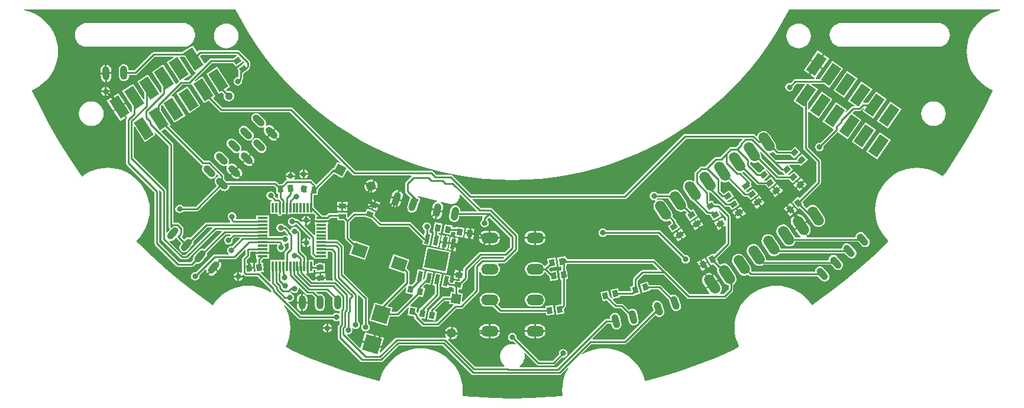
<source format=gtl>
%FSLAX25Y25*%
%MOIN*%
G70*
G01*
G75*
G04 Layer_Physical_Order=1*
G04 Layer_Color=255*
G04:AMPARAMS|DCode=10|XSize=37.4mil|YSize=29.53mil|CornerRadius=0mil|HoleSize=0mil|Usage=FLASHONLY|Rotation=215.500|XOffset=0mil|YOffset=0mil|HoleType=Round|Shape=Rectangle|*
%AMROTATEDRECTD10*
4,1,4,0.00665,0.02288,0.02380,-0.00116,-0.00665,-0.02288,-0.02380,0.00116,0.00665,0.02288,0.0*
%
%ADD10ROTATEDRECTD10*%

G04:AMPARAMS|DCode=11|XSize=59.06mil|YSize=118.11mil|CornerRadius=0mil|HoleSize=0mil|Usage=FLASHONLY|Rotation=33.000|XOffset=0mil|YOffset=0mil|HoleType=Round|Shape=Rectangle|*
%AMROTATEDRECTD11*
4,1,4,0.00740,-0.06561,-0.05693,0.03345,-0.00740,0.06561,0.05693,-0.03345,0.00740,-0.06561,0.0*
%
%ADD11ROTATEDRECTD11*%

G04:AMPARAMS|DCode=12|XSize=37.4mil|YSize=29.53mil|CornerRadius=0mil|HoleSize=0mil|Usage=FLASHONLY|Rotation=337.500|XOffset=0mil|YOffset=0mil|HoleType=Round|Shape=Rectangle|*
%AMROTATEDRECTD12*
4,1,4,-0.02293,-0.00648,-0.01163,0.02080,0.02293,0.00648,0.01163,-0.02080,-0.02293,-0.00648,0.0*
%
%ADD12ROTATEDRECTD12*%

G04:AMPARAMS|DCode=13|XSize=37.4mil|YSize=29.53mil|CornerRadius=0mil|HoleSize=0mil|Usage=FLASHONLY|Rotation=96.500|XOffset=0mil|YOffset=0mil|HoleType=Round|Shape=Rectangle|*
%AMROTATEDRECTD13*
4,1,4,0.01679,-0.01691,-0.01255,-0.02025,-0.01679,0.01691,0.01255,0.02025,0.01679,-0.01691,0.0*
%
%ADD13ROTATEDRECTD13*%

%ADD14P,0.12806X4X118.5*%
G04:AMPARAMS|DCode=15|XSize=37.4mil|YSize=29.53mil|CornerRadius=0mil|HoleSize=0mil|Usage=FLASHONLY|Rotation=352.500|XOffset=0mil|YOffset=0mil|HoleType=Round|Shape=Rectangle|*
%AMROTATEDRECTD15*
4,1,4,-0.02047,-0.01220,-0.01661,0.01708,0.02047,0.01220,0.01661,-0.01708,-0.02047,-0.01220,0.0*
%
%ADD15ROTATEDRECTD15*%

G04:AMPARAMS|DCode=16|XSize=37.4mil|YSize=29.53mil|CornerRadius=0mil|HoleSize=0mil|Usage=FLASHONLY|Rotation=78.500|XOffset=0mil|YOffset=0mil|HoleType=Round|Shape=Rectangle|*
%AMROTATEDRECTD16*
4,1,4,0.01074,-0.02127,-0.01820,-0.01538,-0.01074,0.02127,0.01820,0.01538,0.01074,-0.02127,0.0*
%
%ADD16ROTATEDRECTD16*%

G04:AMPARAMS|DCode=17|XSize=108.27mil|YSize=122.05mil|CornerRadius=0mil|HoleSize=0mil|Usage=FLASHONLY|Rotation=259.000|XOffset=0mil|YOffset=0mil|HoleType=Round|Shape=Rectangle|*
%AMROTATEDRECTD17*
4,1,4,-0.04957,0.06478,0.07023,0.04150,0.04957,-0.06478,-0.07023,-0.04150,-0.04957,0.06478,0.0*
%
%ADD17ROTATEDRECTD17*%

G04:AMPARAMS|DCode=18|XSize=23.62mil|YSize=57.09mil|CornerRadius=0mil|HoleSize=0mil|Usage=FLASHONLY|Rotation=349.000|XOffset=0mil|YOffset=0mil|HoleType=Round|Shape=Rectangle|*
%AMROTATEDRECTD18*
4,1,4,-0.01704,-0.02577,-0.00615,0.03027,0.01704,0.02577,0.00615,-0.03027,-0.01704,-0.02577,0.0*
%
%ADD18ROTATEDRECTD18*%

G04:AMPARAMS|DCode=19|XSize=66.93mil|YSize=78.74mil|CornerRadius=0mil|HoleSize=0mil|Usage=FLASHONLY|Rotation=251.000|XOffset=0mil|YOffset=0mil|HoleType=Round|Shape=Rectangle|*
%AMROTATEDRECTD19*
4,1,4,-0.02633,0.04446,0.04812,0.01882,0.02633,-0.04446,-0.04812,-0.01882,-0.02633,0.04446,0.0*
%
%ADD19ROTATEDRECTD19*%

G04:AMPARAMS|DCode=20|XSize=37.4mil|YSize=29.53mil|CornerRadius=0mil|HoleSize=0mil|Usage=FLASHONLY|Rotation=84.948|XOffset=0mil|YOffset=0mil|HoleType=Round|Shape=Rectangle|*
%AMROTATEDRECTD20*
4,1,4,0.01306,-0.01993,-0.01635,-0.01733,-0.01306,0.01993,0.01635,0.01733,0.01306,-0.01993,0.0*
%
%ADD20ROTATEDRECTD20*%

G04:AMPARAMS|DCode=21|XSize=37.4mil|YSize=29.53mil|CornerRadius=0mil|HoleSize=0mil|Usage=FLASHONLY|Rotation=272.280|XOffset=0mil|YOffset=0mil|HoleType=Round|Shape=Rectangle|*
%AMROTATEDRECTD21*
4,1,4,-0.01550,0.01810,0.01401,0.01927,0.01550,-0.01810,-0.01401,-0.01927,-0.01550,0.01810,0.0*
%
%ADD21ROTATEDRECTD21*%

G04:AMPARAMS|DCode=22|XSize=37.4mil|YSize=29.53mil|CornerRadius=0mil|HoleSize=0mil|Usage=FLASHONLY|Rotation=96.500|XOffset=0mil|YOffset=0mil|HoleType=Round|Shape=Rectangle|*
%AMROTATEDRECTD22*
4,1,4,0.01679,-0.01691,-0.01255,-0.02025,-0.01679,0.01691,0.01255,0.02025,0.01679,-0.01691,0.0*
%
%ADD22ROTATEDRECTD22*%

%ADD23R,0.01181X0.05709*%
%ADD24R,0.05709X0.01181*%
G04:AMPARAMS|DCode=25|XSize=37.4mil|YSize=29.53mil|CornerRadius=0mil|HoleSize=0mil|Usage=FLASHONLY|Rotation=103.000|XOffset=0mil|YOffset=0mil|HoleType=Round|Shape=Rectangle|*
%AMROTATEDRECTD25*
4,1,4,0.01859,-0.01490,-0.01018,-0.02154,-0.01859,0.01490,0.01018,0.02154,0.01859,-0.01490,0.0*
%
%ADD25ROTATEDRECTD25*%

G04:AMPARAMS|DCode=26|XSize=37.4mil|YSize=29.53mil|CornerRadius=0mil|HoleSize=0mil|Usage=FLASHONLY|Rotation=77.000|XOffset=0mil|YOffset=0mil|HoleType=Round|Shape=Rectangle|*
%AMROTATEDRECTD26*
4,1,4,0.01018,-0.02154,-0.01859,-0.01490,-0.01018,0.02154,0.01859,0.01490,0.01018,-0.02154,0.0*
%
%ADD26ROTATEDRECTD26*%

G04:AMPARAMS|DCode=27|XSize=37.4mil|YSize=29.53mil|CornerRadius=0mil|HoleSize=0mil|Usage=FLASHONLY|Rotation=95.500|XOffset=0mil|YOffset=0mil|HoleType=Round|Shape=Rectangle|*
%AMROTATEDRECTD27*
4,1,4,0.01649,-0.01720,-0.01290,-0.02003,-0.01649,0.01720,0.01290,0.02003,0.01649,-0.01720,0.0*
%
%ADD27ROTATEDRECTD27*%

G04:AMPARAMS|DCode=28|XSize=37.4mil|YSize=29.53mil|CornerRadius=0mil|HoleSize=0mil|Usage=FLASHONLY|Rotation=182.681|XOffset=0mil|YOffset=0mil|HoleType=Round|Shape=Rectangle|*
%AMROTATEDRECTD28*
4,1,4,0.01799,0.01562,0.01937,-0.01387,-0.01799,-0.01562,-0.01937,0.01387,0.01799,0.01562,0.0*
%
%ADD28ROTATEDRECTD28*%

G04:AMPARAMS|DCode=29|XSize=37.4mil|YSize=29.53mil|CornerRadius=0mil|HoleSize=0mil|Usage=FLASHONLY|Rotation=287.000|XOffset=0mil|YOffset=0mil|HoleType=Round|Shape=Rectangle|*
%AMROTATEDRECTD29*
4,1,4,-0.01959,0.01357,0.00865,0.02220,0.01959,-0.01357,-0.00865,-0.02220,-0.01959,0.01357,0.0*
%
%ADD29ROTATEDRECTD29*%

G04:AMPARAMS|DCode=30|XSize=37.4mil|YSize=29.53mil|CornerRadius=0mil|HoleSize=0mil|Usage=FLASHONLY|Rotation=358.956|XOffset=0mil|YOffset=0mil|HoleType=Round|Shape=Rectangle|*
%AMROTATEDRECTD30*
4,1,4,-0.01897,-0.01442,-0.01843,0.01510,0.01897,0.01442,0.01843,-0.01510,-0.01897,-0.01442,0.0*
%
%ADD30ROTATEDRECTD30*%

G04:AMPARAMS|DCode=31|XSize=37.4mil|YSize=29.53mil|CornerRadius=0mil|HoleSize=0mil|Usage=FLASHONLY|Rotation=262.500|XOffset=0mil|YOffset=0mil|HoleType=Round|Shape=Rectangle|*
%AMROTATEDRECTD31*
4,1,4,-0.01220,0.02047,0.01708,0.01661,0.01220,-0.02047,-0.01708,-0.01661,-0.01220,0.02047,0.0*
%
%ADD31ROTATEDRECTD31*%

G04:AMPARAMS|DCode=32|XSize=37.4mil|YSize=29.53mil|CornerRadius=0mil|HoleSize=0mil|Usage=FLASHONLY|Rotation=259.000|XOffset=0mil|YOffset=0mil|HoleType=Round|Shape=Rectangle|*
%AMROTATEDRECTD32*
4,1,4,-0.01092,0.02117,0.01806,0.01554,0.01092,-0.02117,-0.01806,-0.01554,-0.01092,0.02117,0.0*
%
%ADD32ROTATEDRECTD32*%

G04:AMPARAMS|DCode=33|XSize=37.4mil|YSize=29.53mil|CornerRadius=0mil|HoleSize=0mil|Usage=FLASHONLY|Rotation=45.000|XOffset=0mil|YOffset=0mil|HoleType=Round|Shape=Rectangle|*
%AMROTATEDRECTD33*
4,1,4,-0.00278,-0.02366,-0.02366,-0.00278,0.00278,0.02366,0.02366,0.00278,-0.00278,-0.02366,0.0*
%
%ADD33ROTATEDRECTD33*%

G04:AMPARAMS|DCode=34|XSize=37.4mil|YSize=29.53mil|CornerRadius=0mil|HoleSize=0mil|Usage=FLASHONLY|Rotation=222.500|XOffset=0mil|YOffset=0mil|HoleType=Round|Shape=Rectangle|*
%AMROTATEDRECTD34*
4,1,4,0.00381,0.02352,0.02376,0.00175,-0.00381,-0.02352,-0.02376,-0.00175,0.00381,0.02352,0.0*
%
%ADD34ROTATEDRECTD34*%

G04:AMPARAMS|DCode=35|XSize=37.4mil|YSize=29.53mil|CornerRadius=0mil|HoleSize=0mil|Usage=FLASHONLY|Rotation=219.500|XOffset=0mil|YOffset=0mil|HoleType=Round|Shape=Rectangle|*
%AMROTATEDRECTD35*
4,1,4,0.00504,0.02329,0.02382,0.00050,-0.00504,-0.02329,-0.02382,-0.00050,0.00504,0.02329,0.0*
%
%ADD35ROTATEDRECTD35*%

G04:AMPARAMS|DCode=36|XSize=37.4mil|YSize=29.53mil|CornerRadius=0mil|HoleSize=0mil|Usage=FLASHONLY|Rotation=216.500|XOffset=0mil|YOffset=0mil|HoleType=Round|Shape=Rectangle|*
%AMROTATEDRECTD36*
4,1,4,0.00625,0.02299,0.02382,-0.00074,-0.00625,-0.02299,-0.02382,0.00074,0.00625,0.02299,0.0*
%
%ADD36ROTATEDRECTD36*%

G04:AMPARAMS|DCode=37|XSize=37.4mil|YSize=29.53mil|CornerRadius=0mil|HoleSize=0mil|Usage=FLASHONLY|Rotation=130.000|XOffset=0mil|YOffset=0mil|HoleType=Round|Shape=Rectangle|*
%AMROTATEDRECTD37*
4,1,4,0.02333,-0.00484,0.00071,-0.02382,-0.02333,0.00484,-0.00071,0.02382,0.02333,-0.00484,0.0*
%
%ADD37ROTATEDRECTD37*%

G04:AMPARAMS|DCode=38|XSize=37.4mil|YSize=29.53mil|CornerRadius=0mil|HoleSize=0mil|Usage=FLASHONLY|Rotation=213.500|XOffset=0mil|YOffset=0mil|HoleType=Round|Shape=Rectangle|*
%AMROTATEDRECTD38*
4,1,4,0.00745,0.02263,0.02374,-0.00199,-0.00745,-0.02263,-0.02374,0.00199,0.00745,0.02263,0.0*
%
%ADD38ROTATEDRECTD38*%

G04:AMPARAMS|DCode=39|XSize=37.4mil|YSize=29.53mil|CornerRadius=0mil|HoleSize=0mil|Usage=FLASHONLY|Rotation=210.500|XOffset=0mil|YOffset=0mil|HoleType=Round|Shape=Rectangle|*
%AMROTATEDRECTD39*
4,1,4,0.00862,0.02221,0.02361,-0.00323,-0.00862,-0.02221,-0.02361,0.00323,0.00862,0.02221,0.0*
%
%ADD39ROTATEDRECTD39*%

G04:AMPARAMS|DCode=40|XSize=37.4mil|YSize=29.53mil|CornerRadius=0mil|HoleSize=0mil|Usage=FLASHONLY|Rotation=120.243|XOffset=0mil|YOffset=0mil|HoleType=Round|Shape=Rectangle|*
%AMROTATEDRECTD40*
4,1,4,0.02217,-0.00872,-0.00334,-0.02359,-0.02217,0.00872,0.00334,0.02359,0.02217,-0.00872,0.0*
%
%ADD40ROTATEDRECTD40*%

G04:AMPARAMS|DCode=41|XSize=37.4mil|YSize=29.53mil|CornerRadius=0mil|HoleSize=0mil|Usage=FLASHONLY|Rotation=212.500|XOffset=0mil|YOffset=0mil|HoleType=Round|Shape=Rectangle|*
%AMROTATEDRECTD41*
4,1,4,0.00784,0.02250,0.02371,-0.00240,-0.00784,-0.02250,-0.02371,0.00240,0.00784,0.02250,0.0*
%
%ADD41ROTATEDRECTD41*%

G04:AMPARAMS|DCode=42|XSize=37.4mil|YSize=29.53mil|CornerRadius=0mil|HoleSize=0mil|Usage=FLASHONLY|Rotation=214.500|XOffset=0mil|YOffset=0mil|HoleType=Round|Shape=Rectangle|*
%AMROTATEDRECTD42*
4,1,4,0.00705,0.02276,0.02377,-0.00158,-0.00705,-0.02276,-0.02377,0.00158,0.00705,0.02276,0.0*
%
%ADD42ROTATEDRECTD42*%

G04:AMPARAMS|DCode=43|XSize=59.06mil|YSize=118.11mil|CornerRadius=0mil|HoleSize=0mil|Usage=FLASHONLY|Rotation=325.000|XOffset=0mil|YOffset=0mil|HoleType=Round|Shape=Rectangle|*
%AMROTATEDRECTD43*
4,1,4,-0.05806,-0.03144,0.00969,0.06531,0.05806,0.03144,-0.00969,-0.06531,-0.05806,-0.03144,0.0*
%
%ADD43ROTATEDRECTD43*%

G04:AMPARAMS|DCode=44|XSize=37.4mil|YSize=29.53mil|CornerRadius=0mil|HoleSize=0mil|Usage=FLASHONLY|Rotation=93.284|XOffset=0mil|YOffset=0mil|HoleType=Round|Shape=Rectangle|*
%AMROTATEDRECTD44*
4,1,4,0.01581,-0.01782,-0.01367,-0.01952,-0.01581,0.01782,0.01367,0.01952,0.01581,-0.01782,0.0*
%
%ADD44ROTATEDRECTD44*%

%ADD45C,0.01000*%
G04:AMPARAMS|DCode=46|XSize=39.37mil|YSize=78.74mil|CornerRadius=0mil|HoleSize=0mil|Usage=FLASHONLY|Rotation=182.000|XOffset=0mil|YOffset=0mil|HoleType=Round|Shape=Round|*
%AMOVALD46*
21,1,0.03937,0.03937,0.00000,0.00000,272.0*
1,1,0.03937,-0.00069,0.01967*
1,1,0.03937,0.00069,-0.01967*
%
%ADD46OVALD46*%

G04:AMPARAMS|DCode=47|XSize=59.06mil|YSize=118.11mil|CornerRadius=0mil|HoleSize=0mil|Usage=FLASHONLY|Rotation=33.500|XOffset=0mil|YOffset=0mil|HoleType=Round|Shape=Round|*
%AMOVALD47*
21,1,0.05906,0.05906,0.00000,0.00000,123.5*
1,1,0.05906,0.01630,-0.02462*
1,1,0.05906,-0.01630,0.02462*
%
%ADD47OVALD47*%

G04:AMPARAMS|DCode=48|XSize=39.37mil|YSize=78.74mil|CornerRadius=0mil|HoleSize=0mil|Usage=FLASHONLY|Rotation=349.000|XOffset=0mil|YOffset=0mil|HoleType=Round|Shape=Round|*
%AMOVALD48*
21,1,0.03937,0.03937,0.00000,0.00000,79.0*
1,1,0.03937,-0.00376,-0.01932*
1,1,0.03937,0.00376,0.01932*
%
%ADD48OVALD48*%

%ADD49C,0.05315*%
%ADD50P,0.07517X4X378.0*%
%ADD51P,0.07517X4X307.5*%
%ADD52O,0.03937X0.07874*%
%ADD53O,0.09843X0.05906*%
G04:AMPARAMS|DCode=54|XSize=39.37mil|YSize=78.74mil|CornerRadius=0mil|HoleSize=0mil|Usage=FLASHONLY|Rotation=14.000|XOffset=0mil|YOffset=0mil|HoleType=Round|Shape=Round|*
%AMOVALD54*
21,1,0.03937,0.03937,0.00000,0.00000,104.0*
1,1,0.03937,0.00476,-0.01910*
1,1,0.03937,-0.00476,0.01910*
%
%ADD54OVALD54*%

G04:AMPARAMS|DCode=55|XSize=39.37mil|YSize=78.74mil|CornerRadius=0mil|HoleSize=0mil|Usage=FLASHONLY|Rotation=19.500|XOffset=0mil|YOffset=0mil|HoleType=Round|Shape=Round|*
%AMOVALD55*
21,1,0.03937,0.03937,0.00000,0.00000,109.5*
1,1,0.03937,0.00657,-0.01856*
1,1,0.03937,-0.00657,0.01856*
%
%ADD55OVALD55*%

G04:AMPARAMS|DCode=56|XSize=39.37mil|YSize=78.74mil|CornerRadius=0mil|HoleSize=0mil|Usage=FLASHONLY|Rotation=342.000|XOffset=0mil|YOffset=0mil|HoleType=Round|Shape=Round|*
%AMOVALD56*
21,1,0.03937,0.03937,0.00000,0.00000,72.0*
1,1,0.03937,-0.00608,-0.01872*
1,1,0.03937,0.00608,0.01872*
%
%ADD56OVALD56*%

G04:AMPARAMS|DCode=57|XSize=39.37mil|YSize=78.74mil|CornerRadius=0mil|HoleSize=0mil|Usage=FLASHONLY|Rotation=40.500|XOffset=0mil|YOffset=0mil|HoleType=Round|Shape=Round|*
%AMOVALD57*
21,1,0.03937,0.03937,0.00000,0.00000,130.5*
1,1,0.03937,0.01278,-0.01497*
1,1,0.03937,-0.01278,0.01497*
%
%ADD57OVALD57*%

G04:AMPARAMS|DCode=58|XSize=39.37mil|YSize=78.74mil|CornerRadius=0mil|HoleSize=0mil|Usage=FLASHONLY|Rotation=46.000|XOffset=0mil|YOffset=0mil|HoleType=Round|Shape=Round|*
%AMOVALD58*
21,1,0.03937,0.03937,0.00000,0.00000,136.0*
1,1,0.03937,0.01416,-0.01367*
1,1,0.03937,-0.01416,0.01367*
%
%ADD58OVALD58*%

G04:AMPARAMS|DCode=59|XSize=39.37mil|YSize=78.74mil|CornerRadius=0mil|HoleSize=0mil|Usage=FLASHONLY|Rotation=320.000|XOffset=0mil|YOffset=0mil|HoleType=Round|Shape=Round|*
%AMOVALD59*
21,1,0.03937,0.03937,0.00000,0.00000,50.0*
1,1,0.03937,-0.01265,-0.01508*
1,1,0.03937,0.01265,0.01508*
%
%ADD59OVALD59*%

%ADD60C,0.03150*%
%ADD61C,0.01969*%
%ADD62C,0.04331*%
G36*
X378556Y441324D02*
X378560Y441308D01*
X378560D01*
X382091Y434609D01*
X386174Y427661D01*
X390574Y420908D01*
X395281Y414367D01*
X400285Y408049D01*
X405575Y401970D01*
X411141Y396141D01*
X416970Y390575D01*
X423049Y385285D01*
X429367Y380281D01*
X435909Y375574D01*
X442661Y371174D01*
X449609Y367091D01*
X456738Y363333D01*
X464034Y359909D01*
X471479Y356824D01*
X479059Y354088D01*
X486758Y351704D01*
X494558Y349678D01*
X502444Y348014D01*
X510398Y346717D01*
X518403Y345788D01*
X526443Y345230D01*
X534500Y345044D01*
X542557Y345230D01*
X550597Y345788D01*
X558602Y346717D01*
X566556Y348014D01*
X574442Y349678D01*
X582242Y351704D01*
X589941Y354088D01*
X597521Y356824D01*
X604966Y359909D01*
X612262Y363333D01*
X619391Y367091D01*
X626339Y371174D01*
X633091Y375574D01*
X639633Y380281D01*
X645951Y385285D01*
X652030Y390575D01*
X657859Y396141D01*
X663425Y401970D01*
X668715Y408049D01*
X673719Y414367D01*
X678426Y420908D01*
X682826Y427661D01*
X686909Y434609D01*
X690440Y441308D01*
X809207Y441323D01*
X809249Y440823D01*
X808924Y440768D01*
X806374Y440033D01*
X803923Y439018D01*
X801601Y437735D01*
X799437Y436199D01*
X797459Y434432D01*
X795691Y432453D01*
X794155Y430289D01*
X792872Y427967D01*
X791857Y425516D01*
X791122Y422966D01*
X790678Y420351D01*
X790529Y417702D01*
X790678Y415053D01*
X791122Y412437D01*
X791857Y409888D01*
X792872Y407436D01*
X794155Y405114D01*
X795691Y402950D01*
X797459Y400972D01*
X799437Y399204D01*
X801601Y397669D01*
X803923Y396386D01*
X804815Y396016D01*
X805066Y395380D01*
X805066Y395380D01*
X800698Y386251D01*
X795772Y376835D01*
X790514Y367600D01*
X784929Y358559D01*
X779025Y349723D01*
X777264Y347281D01*
X776970Y346882D01*
X775091Y348215D01*
X772769Y349498D01*
X770318Y350514D01*
X767769Y351248D01*
X765153Y351693D01*
X762504Y351841D01*
X759855Y351693D01*
X757239Y351248D01*
X754690Y350514D01*
X752239Y349498D01*
X749916Y348215D01*
X747753Y346680D01*
X745774Y344912D01*
X744006Y342933D01*
X742471Y340770D01*
X741188Y338447D01*
X740172Y335996D01*
X739438Y333447D01*
X738993Y330831D01*
X738845Y328182D01*
X738993Y325533D01*
X739438Y322917D01*
X740172Y320368D01*
X741188Y317917D01*
X742471Y315595D01*
X744006Y313431D01*
X745774Y311452D01*
X746251Y311026D01*
X746277Y310333D01*
X744995Y309005D01*
X737348Y301626D01*
X729443Y294524D01*
X721288Y287710D01*
X712896Y281191D01*
X704277Y274975D01*
X703746Y274620D01*
X703320Y274370D01*
X701817Y276489D01*
X700049Y278468D01*
X698070Y280236D01*
X695906Y281771D01*
X693584Y283054D01*
X691133Y284070D01*
X688584Y284804D01*
X685968Y285248D01*
X683319Y285397D01*
X680670Y285248D01*
X678054Y284804D01*
X675505Y284070D01*
X673054Y283054D01*
X670731Y281771D01*
X668568Y280236D01*
X666589Y278468D01*
X664821Y276489D01*
X663286Y274325D01*
X662003Y272003D01*
X660987Y269552D01*
X660253Y267003D01*
X659808Y264387D01*
X659660Y261738D01*
X659808Y259089D01*
X660253Y256473D01*
X660987Y253924D01*
X662003Y251473D01*
X662162Y251184D01*
X661953Y250529D01*
X658163Y248716D01*
X648419Y244475D01*
X638530Y240584D01*
X628509Y237048D01*
X618368Y233873D01*
X609780Y231517D01*
X609250Y231648D01*
X608516Y234198D01*
X607501Y236649D01*
X606217Y238971D01*
X604682Y241135D01*
X602914Y243113D01*
X600936Y244881D01*
X598772Y246417D01*
X596450Y247700D01*
X593998Y248715D01*
X591449Y249450D01*
X588833Y249894D01*
X586184Y250043D01*
X583535Y249894D01*
X580920Y249450D01*
X578370Y248715D01*
X575919Y247700D01*
X573783Y246519D01*
X573479Y246923D01*
X579002Y252445D01*
X598092D01*
X598595Y252545D01*
X599020Y252830D01*
X614846Y268655D01*
X615346Y268642D01*
X615560Y268404D01*
X616168Y268009D01*
X616858Y267785D01*
X617583Y267747D01*
X618293Y267898D01*
X618939Y268227D01*
X619479Y268713D01*
X619874Y269321D01*
X620098Y270011D01*
X620136Y270736D01*
X619985Y271446D01*
X618671Y275157D01*
X618341Y275803D01*
X617856Y276343D01*
X617247Y276738D01*
X616557Y276962D01*
X615833Y277000D01*
X615123Y276849D01*
X614476Y276520D01*
X613937Y276034D01*
X613542Y275426D01*
X613318Y274736D01*
X613280Y274011D01*
X613431Y273301D01*
X614045Y271567D01*
X597548Y255070D01*
X579752D01*
X579561Y255533D01*
X587966Y263937D01*
X590201D01*
X590518Y262667D01*
X590784Y261992D01*
X591215Y261409D01*
X591783Y260957D01*
X592449Y260668D01*
X593166Y260561D01*
X593887Y260643D01*
X594562Y260909D01*
X595146Y261340D01*
X595598Y261908D01*
X595887Y262574D01*
X595994Y263291D01*
X595912Y264012D01*
X594959Y267832D01*
X594694Y268508D01*
X594262Y269091D01*
X593694Y269543D01*
X593028Y269832D01*
X592311Y269939D01*
X591590Y269857D01*
X590915Y269591D01*
X590331Y269160D01*
X589880Y268592D01*
X589590Y267926D01*
X589483Y267209D01*
X589514Y266936D01*
X589181Y266563D01*
X587422D01*
X586920Y266463D01*
X586494Y266178D01*
X559693Y239377D01*
X538730D01*
X538553Y239877D01*
X539345Y240528D01*
X539395Y240589D01*
X539457Y240639D01*
X540219Y241568D01*
X540256Y241638D01*
X540307Y241699D01*
X540873Y242759D01*
X540896Y242835D01*
X540933Y242904D01*
X541282Y244055D01*
X541290Y244133D01*
X541313Y244209D01*
X541431Y245405D01*
X541423Y245484D01*
X541431Y245563D01*
X541313Y246759D01*
X541290Y246835D01*
X541282Y246913D01*
X541233Y247076D01*
X541662Y247333D01*
X548148Y240847D01*
X548573Y240563D01*
X549076Y240462D01*
X557672D01*
X558174Y240563D01*
X558600Y240847D01*
X562657Y244904D01*
X563118Y244812D01*
X564039Y244996D01*
X564821Y245518D01*
X565343Y246299D01*
X565526Y247221D01*
X565343Y248143D01*
X564821Y248924D01*
X564039Y249446D01*
X563118Y249629D01*
X562196Y249446D01*
X561415Y248924D01*
X560893Y248143D01*
X560709Y247221D01*
X560801Y246760D01*
X557128Y243088D01*
X549619D01*
X536817Y255890D01*
X536908Y256351D01*
X536725Y257273D01*
X536203Y258054D01*
X535422Y258576D01*
X534500Y258759D01*
X533578Y258576D01*
X532797Y258054D01*
X532275Y257273D01*
X532092Y256351D01*
X532275Y255429D01*
X532797Y254648D01*
X533578Y254126D01*
X534500Y253942D01*
X534961Y254034D01*
X536348Y252646D01*
X536091Y252217D01*
X535929Y252266D01*
X535851Y252274D01*
X535775Y252297D01*
X534579Y252415D01*
X534500Y252407D01*
X534421Y252415D01*
X533225Y252297D01*
X533149Y252274D01*
X533071Y252266D01*
X531920Y251918D01*
X531851Y251880D01*
X531775Y251857D01*
X530715Y251291D01*
X530654Y251240D01*
X530584Y251203D01*
X529655Y250441D01*
X529605Y250379D01*
X529543Y250329D01*
X528781Y249400D01*
X528744Y249330D01*
X528693Y249269D01*
X528127Y248209D01*
X528104Y248133D01*
X528067Y248064D01*
X527718Y246913D01*
X527710Y246835D01*
X527687Y246759D01*
X527569Y245563D01*
X527577Y245484D01*
X527569Y245405D01*
X527687Y244209D01*
X527710Y244133D01*
X527718Y244055D01*
X528067Y242904D01*
X528104Y242835D01*
X528127Y242759D01*
X528693Y241699D01*
X528744Y241638D01*
X528781Y241568D01*
X529543Y240639D01*
X529605Y240589D01*
X529655Y240528D01*
X530024Y240225D01*
X529845Y239725D01*
X513397D01*
X498182Y254939D01*
X498490Y255339D01*
X498740Y255194D01*
X499184Y255075D01*
X499591Y258172D01*
X496495Y258579D01*
Y258121D01*
X496744Y257190D01*
X497164Y256463D01*
X497096Y256330D01*
X496899Y256093D01*
X496851Y256054D01*
X496442Y256135D01*
X469311D01*
X468808Y256035D01*
X468382Y255751D01*
X460229Y247598D01*
X459800Y247853D01*
X460503Y250227D01*
X455203Y251797D01*
X449903Y253367D01*
X449060Y250522D01*
X448576Y250399D01*
X441571Y257404D01*
X441818Y257864D01*
X442020Y257824D01*
X442942Y258008D01*
X443723Y258530D01*
X444245Y259311D01*
X444428Y260233D01*
X444245Y261154D01*
X444216Y261198D01*
X444576Y261558D01*
X445207Y261137D01*
X446128Y260954D01*
X447050Y261137D01*
X447831Y261659D01*
X448353Y262441D01*
X448537Y263362D01*
X448353Y264284D01*
X447831Y265065D01*
X447441Y265326D01*
Y279834D01*
X447941Y280041D01*
X450459Y277523D01*
Y263924D01*
X450068Y263663D01*
X449546Y262882D01*
X449363Y261960D01*
X449546Y261039D01*
X450068Y260257D01*
X450850Y259735D01*
X451523Y259601D01*
X451594Y259077D01*
X450187Y254326D01*
X455008Y252898D01*
X456435Y257719D01*
X451889Y259065D01*
X451912Y259580D01*
X452693Y259735D01*
X453474Y260257D01*
X453997Y261039D01*
X454180Y261960D01*
X453997Y262882D01*
X453474Y263663D01*
X453084Y263924D01*
Y277143D01*
X453213Y277336D01*
X453313Y277838D01*
X453229Y278257D01*
X453213Y278341D01*
X452928Y278766D01*
X439453Y292242D01*
Y307413D01*
X439353Y307915D01*
X439069Y308341D01*
X436599Y310811D01*
X436173Y311095D01*
X435671Y311195D01*
X430599D01*
Y311261D01*
X430599D01*
Y312442D01*
Y314410D01*
X430599D01*
Y317166D01*
X430599D01*
Y319135D01*
X430599D01*
Y320103D01*
X430812D01*
Y321194D01*
X423103D01*
Y320103D01*
X423315D01*
Y318347D01*
X423315D01*
Y316379D01*
X423315D01*
Y315197D01*
X423315D01*
Y314038D01*
X422815Y313830D01*
X417255Y319391D01*
X417538Y319815D01*
X417654Y319767D01*
X417826Y319744D01*
Y321776D01*
X415795D01*
X415817Y321603D01*
X415865Y321488D01*
X415441Y321205D01*
X414175Y322471D01*
X413749Y322756D01*
X413247Y322855D01*
X412413D01*
X412152Y323246D01*
X411371Y323768D01*
X410449Y323951D01*
X409527Y323768D01*
X408746Y323246D01*
X408224Y322465D01*
X408041Y321543D01*
X408224Y320621D01*
X408746Y319840D01*
X409527Y319318D01*
X410449Y319134D01*
X411371Y319318D01*
X412152Y319840D01*
X412283Y320036D01*
X412854Y320079D01*
X420774Y312160D01*
Y311623D01*
X420273Y311453D01*
X420211Y311534D01*
X419673Y311947D01*
X419047Y312207D01*
X418875Y312229D01*
Y309698D01*
Y307167D01*
X419047Y307189D01*
X419673Y307449D01*
X420211Y307862D01*
X420273Y307943D01*
X420774Y307773D01*
Y303539D01*
X420873Y303037D01*
X421158Y302611D01*
X422689Y301080D01*
X423114Y300796D01*
X423315Y300756D01*
Y300631D01*
X430599D01*
Y302599D01*
X430599D01*
Y304568D01*
X430599D01*
Y304633D01*
X432336D01*
X433253Y303716D01*
Y289406D01*
X433353Y288904D01*
X433451Y288758D01*
X433183Y288258D01*
X429375D01*
X429320Y289430D01*
X426453Y289295D01*
X423586Y289161D01*
X423611Y288619D01*
X423266Y288258D01*
X421748D01*
X418120Y291885D01*
X418312Y292347D01*
X418682D01*
Y296201D01*
Y300056D01*
X418435D01*
Y301408D01*
X418335Y301910D01*
X418051Y302336D01*
X415150Y305237D01*
Y315392D01*
X415050Y315894D01*
X414765Y316320D01*
X414073Y317013D01*
X414062Y317066D01*
X413540Y317848D01*
X412758Y318370D01*
X411837Y318553D01*
X410915Y318370D01*
X410134Y317848D01*
X409637Y317105D01*
X409277Y317008D01*
X409093Y317020D01*
X408957Y317223D01*
X407279Y318901D01*
X406854Y319185D01*
X406351Y319285D01*
X405951D01*
X405690Y319676D01*
X404909Y320198D01*
X403987Y320381D01*
X403065Y320198D01*
X402284Y319676D01*
X401762Y318894D01*
X401578Y317972D01*
X401762Y317051D01*
X402284Y316269D01*
X403065Y315747D01*
X403987Y315564D01*
X404909Y315747D01*
X405690Y316269D01*
X406152Y316315D01*
X406718Y315750D01*
X406817Y315252D01*
X407101Y314826D01*
X407961Y313966D01*
X407643Y313578D01*
X407422Y313725D01*
X406500Y313909D01*
X405578Y313725D01*
X404830Y313225D01*
X397331D01*
Y314410D01*
X397331D01*
Y317166D01*
X397331D01*
Y319135D01*
X397331D01*
Y320316D01*
X397331D01*
Y323072D01*
X397331D01*
Y325040D01*
X390048D01*
Y323006D01*
X378962D01*
X378727Y323447D01*
X378801Y323558D01*
X378984Y324480D01*
X378801Y325401D01*
X378279Y326183D01*
X377497Y326705D01*
X376576Y326888D01*
X375654Y326705D01*
X374872Y326183D01*
X374350Y325401D01*
X374167Y324480D01*
X374350Y323558D01*
X374872Y322777D01*
X375263Y322516D01*
Y322421D01*
X375363Y321919D01*
X375618Y321538D01*
X375550Y321258D01*
X375459Y321038D01*
X362154D01*
X361652Y320938D01*
X361226Y320653D01*
X353128Y312555D01*
X352640Y312709D01*
X351915Y312740D01*
X351207Y312583D01*
X350563Y312248D01*
X350028Y311758D01*
X350004Y311729D01*
X349504Y311707D01*
X348397Y312815D01*
Y313315D01*
X348472Y313390D01*
X348757Y313816D01*
X348856Y314319D01*
Y314367D01*
X349119Y314761D01*
X349219Y315263D01*
Y317811D01*
X349119Y318314D01*
X348835Y318740D01*
X346837Y320737D01*
X346412Y321022D01*
X345909Y321122D01*
X343514D01*
Y364903D01*
X343414Y365405D01*
X343129Y365831D01*
X336833Y372127D01*
X336885Y372625D01*
X338934Y373955D01*
X359153Y353736D01*
X359579Y353451D01*
X359870Y353393D01*
X360089Y352947D01*
X360091Y352852D01*
X359901Y352594D01*
X359635Y351919D01*
X359553Y351198D01*
X359660Y350480D01*
X359949Y349815D01*
X360401Y349247D01*
X363233Y346512D01*
X363816Y346080D01*
X364492Y345814D01*
X365213Y345732D01*
X365930Y345840D01*
X366596Y346129D01*
X367164Y346581D01*
X367595Y347164D01*
X367861Y347839D01*
X367871Y347925D01*
X368343Y348090D01*
X368977Y347456D01*
X368821Y346981D01*
X368759Y346972D01*
X368094Y346682D01*
X367526Y346231D01*
X367094Y345647D01*
X366828Y344972D01*
X366746Y344251D01*
X366853Y343534D01*
X367143Y342868D01*
X367595Y342300D01*
X367775Y342126D01*
X367779Y341626D01*
X356185Y330032D01*
X348985D01*
X348724Y330423D01*
X347943Y330945D01*
X347021Y331128D01*
X346099Y330945D01*
X345318Y330423D01*
X344796Y329642D01*
X344612Y328720D01*
X344796Y327798D01*
X345318Y327017D01*
X346099Y326495D01*
X347021Y326311D01*
X347943Y326495D01*
X348724Y327017D01*
X348985Y327407D01*
X356729D01*
X357231Y327507D01*
X357657Y327792D01*
X369920Y340054D01*
X370427Y339565D01*
X371010Y339134D01*
X371685Y338868D01*
X372406Y338786D01*
X373124Y338893D01*
X373789Y339182D01*
X374357Y339634D01*
X374789Y340217D01*
X375055Y340892D01*
X375137Y341613D01*
X375142Y341620D01*
X400369D01*
X401474Y340515D01*
X401600Y337344D01*
X402083Y337363D01*
X402444Y337016D01*
Y334971D01*
X402405Y334924D01*
X401442D01*
X400620Y335745D01*
X400712Y336206D01*
X400529Y337127D01*
X400007Y337909D01*
X399225Y338431D01*
X398304Y338614D01*
X397382Y338431D01*
X396601Y337909D01*
X396078Y337127D01*
X395895Y336206D01*
X396078Y335284D01*
X396601Y334503D01*
X397382Y333980D01*
X398304Y333797D01*
X398737Y333883D01*
X399055Y333542D01*
X398876Y333111D01*
X398119D01*
Y325828D01*
X400875D01*
Y325828D01*
X402056D01*
Y325827D01*
X402117D01*
X402130Y325760D01*
X402415Y325335D01*
X402596Y325153D01*
X403022Y324869D01*
X403524Y324769D01*
X404026Y324869D01*
X404452Y325153D01*
X404737Y325579D01*
X404786Y325827D01*
X404812D01*
Y325828D01*
X405780D01*
Y325615D01*
X406871D01*
Y329469D01*
X407871D01*
Y325615D01*
X408961D01*
Y325827D01*
X411898D01*
Y325827D01*
X414654D01*
Y325827D01*
X416623D01*
Y325828D01*
X417804D01*
Y325828D01*
X419772D01*
Y325827D01*
X422528D01*
X422528Y325827D01*
Y325827D01*
X423019Y325744D01*
X423239Y325524D01*
X423315Y325040D01*
X423315D01*
X423315Y325040D01*
Y323284D01*
X423103D01*
Y322194D01*
X430812D01*
Y322623D01*
X430978Y322734D01*
X432047Y323803D01*
X435612D01*
X435962Y323446D01*
X435940Y322267D01*
X439382Y322205D01*
X440247Y321340D01*
Y312169D01*
X440347Y311666D01*
X440631Y311241D01*
X444106Y307766D01*
X442485Y303059D01*
X451419Y299983D01*
X454111Y307800D01*
X445177Y310876D01*
X445177Y310876D01*
X444796Y310788D01*
X442872Y312712D01*
Y321340D01*
X445978Y324446D01*
X451503D01*
X455264Y322888D01*
X459044Y319108D01*
X459470Y318823D01*
X459972Y318723D01*
X476045D01*
X483902Y310866D01*
X484254Y310631D01*
X483859Y308595D01*
X487723Y307844D01*
X489113Y314994D01*
X487798Y315249D01*
Y316906D01*
X488007Y317045D01*
X488529Y317826D01*
X488712Y318748D01*
X488529Y319670D01*
X488007Y320451D01*
X487225Y320973D01*
X486304Y321157D01*
X485382Y320973D01*
X484601Y320451D01*
X484079Y319670D01*
X483895Y318748D01*
X484079Y317826D01*
X484601Y317045D01*
X485173Y316663D01*
Y315358D01*
X484941Y314164D01*
X484463Y314018D01*
X477517Y320964D01*
X477091Y321248D01*
X476589Y321348D01*
X460516D01*
X456827Y325037D01*
X457571Y326833D01*
X452661Y328867D01*
X451917Y327071D01*
X445434D01*
X444932Y326971D01*
X444506Y326687D01*
X441809Y323990D01*
X441713D01*
X441293Y324291D01*
X441337Y326697D01*
X436023Y326794D01*
X436016Y326428D01*
X431503D01*
X431001Y326328D01*
X430575Y326044D01*
X429571Y325040D01*
X427436D01*
X422528Y329948D01*
Y333111D01*
X422463D01*
Y336474D01*
X422831Y336811D01*
X424839Y336634D01*
X425131Y339937D01*
X433722Y348528D01*
X438869Y345905D01*
X441318Y350712D01*
X441812Y350790D01*
X444523Y348078D01*
X444949Y347793D01*
X445452Y347693D01*
X477446D01*
X477553Y347537D01*
X477638Y347193D01*
X474522Y344077D01*
X474237Y343651D01*
X474137Y343148D01*
Y338616D01*
X474237Y338114D01*
X474522Y337688D01*
X477168Y335042D01*
X476897Y334725D01*
X476585Y334070D01*
X475368Y330325D01*
X475236Y329612D01*
X475293Y328888D01*
X475535Y328204D01*
X475946Y327606D01*
X476498Y327135D01*
X477153Y326823D01*
X477866Y326691D01*
X478590Y326747D01*
X479274Y326990D01*
X479872Y327401D01*
X480343Y327952D01*
X480655Y328607D01*
X481872Y332352D01*
X481959Y332821D01*
X482215Y333078D01*
X482500Y333504D01*
X482600Y334006D01*
X482500Y334508D01*
X482215Y334934D01*
X481790Y335219D01*
X481287Y335319D01*
X481179D01*
X481072Y335453D01*
X481356Y335898D01*
X491980Y333314D01*
X492028Y333209D01*
X491739Y332640D01*
X491552Y332602D01*
X490853Y332254D01*
X490267Y331736D01*
X489836Y331084D01*
X489588Y330343D01*
X489308Y328901D01*
X492247Y328330D01*
X495186Y327759D01*
X495466Y329200D01*
X495514Y329980D01*
X495358Y330746D01*
X495009Y331446D01*
X494491Y332031D01*
X494115Y332280D01*
X494318Y332745D01*
X498812Y331652D01*
X498819Y331650D01*
X498923Y331602D01*
X498966Y331600D01*
X499008Y331586D01*
X499943Y331463D01*
X500048Y331469D01*
X500153Y331463D01*
X501181Y331598D01*
X501280Y331632D01*
X501383Y331652D01*
X502341Y332049D01*
X502428Y332107D01*
X502523Y332154D01*
X503345Y332785D01*
X503414Y332864D01*
X503493Y332933D01*
X504124Y333755D01*
X504171Y333850D01*
X504229Y333937D01*
X504626Y334895D01*
X504646Y334998D01*
X504680Y335097D01*
X504815Y336125D01*
X504808Y336230D01*
X504815Y336334D01*
X504769Y336682D01*
X505243Y336916D01*
X514453Y327706D01*
X514262Y327244D01*
X505542D01*
X505097Y327744D01*
X505116Y328057D01*
X504971Y328768D01*
X504648Y329418D01*
X504167Y329961D01*
X503562Y330362D01*
X502874Y330592D01*
X502149Y330636D01*
X501438Y330492D01*
X500789Y330168D01*
X500245Y329687D01*
X499845Y329082D01*
X499615Y328394D01*
X498863Y324529D01*
X498819Y323805D01*
X498964Y323094D01*
X499288Y322444D01*
X499768Y321901D01*
X500373Y321500D01*
X501062Y321270D01*
X501786Y321226D01*
X502497Y321370D01*
X503146Y321694D01*
X503690Y322175D01*
X504090Y322780D01*
X504321Y323468D01*
X504544Y324618D01*
X517560D01*
X517802Y324118D01*
X517645Y323884D01*
X517545Y323381D01*
Y322709D01*
X517155Y322448D01*
X516633Y321667D01*
X516449Y320745D01*
X516633Y319823D01*
X517155Y319042D01*
X517936Y318520D01*
X518858Y318336D01*
X519779Y318520D01*
X520561Y319042D01*
X521083Y319823D01*
X521266Y320745D01*
X521083Y321667D01*
X520561Y322448D01*
X520513Y322480D01*
X520454Y323121D01*
X521407Y324075D01*
X533187Y312295D01*
Y307288D01*
X530168Y304268D01*
X516417D01*
X515915Y304169D01*
X515489Y303884D01*
X507100Y295495D01*
X506816Y295070D01*
X506716Y294567D01*
Y294070D01*
X506340Y293741D01*
X505301Y293878D01*
X504977Y291422D01*
X504654Y288967D01*
X504925Y288931D01*
X505086Y288458D01*
X504623Y287994D01*
X501397Y288419D01*
X501229Y287140D01*
X499702D01*
X499097Y287745D01*
X499743Y291069D01*
X495879Y291821D01*
X494489Y284671D01*
X498353Y283920D01*
X498412Y284222D01*
X498985Y284550D01*
X499158Y284515D01*
X500504D01*
X500834Y284139D01*
X500806Y283930D01*
X501409Y283851D01*
Y282145D01*
X501033Y281816D01*
X499756Y281984D01*
X499420Y279431D01*
X495647D01*
X495145Y279331D01*
X494719Y279047D01*
X488351Y272678D01*
X488066Y272253D01*
X488031Y272073D01*
X487590Y271653D01*
X487590D01*
X486531Y266444D01*
X490967Y265542D01*
X492027Y270750D01*
X491042Y270950D01*
X490879Y271494D01*
X496191Y276806D01*
X498695D01*
X499025Y276430D01*
X498856Y275153D01*
X501073Y274861D01*
X501252Y274333D01*
X491873Y264954D01*
X484843D01*
X483155Y266643D01*
X483391Y267083D01*
X485373Y266680D01*
X486433Y271888D01*
X486305Y271914D01*
X486161Y272393D01*
X493136Y279368D01*
X493421Y279794D01*
X493520Y280296D01*
Y285260D01*
X494835Y292023D01*
X490971Y292775D01*
X489581Y285625D01*
X490895Y285369D01*
Y280840D01*
X482757Y272701D01*
X482718Y272644D01*
X481996Y272791D01*
X481445Y270082D01*
X480902Y269919D01*
X480324Y270497D01*
X480839Y273026D01*
X476963Y273815D01*
X476799Y274358D01*
X481895Y279453D01*
X484210Y278919D01*
X485406Y284098D01*
X484412Y284327D01*
X484255Y284877D01*
X485748Y286370D01*
X488537Y285828D01*
X489927Y292977D01*
X486062Y293729D01*
X485258Y289593D01*
X484519Y288854D01*
X484078Y289088D01*
X485019Y293931D01*
X481154Y294683D01*
X480350Y290547D01*
X480325Y290521D01*
X480040Y290095D01*
X479940Y289593D01*
X480040Y289091D01*
X480061Y289059D01*
X479849Y287967D01*
X477747Y285865D01*
X476610Y286128D01*
X476430Y286582D01*
X476530Y287084D01*
Y293155D01*
X476430Y293657D01*
X476145Y294083D01*
X474825Y295403D01*
X476446Y300110D01*
X467512Y303186D01*
X464820Y295369D01*
X473754Y292292D01*
X473905Y291839D01*
Y287628D01*
X460922Y274645D01*
X456790Y275869D01*
X453771Y265677D01*
X463963Y262658D01*
X465531Y267951D01*
X469848D01*
X470351Y268051D01*
X470777Y268336D01*
X475770Y273329D01*
X476230Y273082D01*
X475343Y268721D01*
X479053Y267966D01*
Y267576D01*
X479152Y267074D01*
X479437Y266648D01*
X483371Y262714D01*
X483797Y262429D01*
X484299Y262329D01*
X492417D01*
X492919Y262429D01*
X493345Y262714D01*
X502956Y272324D01*
X505631D01*
X506133Y272424D01*
X506559Y272709D01*
X515453Y281603D01*
X515737Y282029D01*
X515837Y282531D01*
Y293070D01*
X516337Y293169D01*
X516469Y292850D01*
X517069Y292069D01*
X517850Y291470D01*
X518760Y291093D01*
X519736Y290964D01*
X523673D01*
X524650Y291093D01*
X525559Y291470D01*
X526341Y292069D01*
X526940Y292850D01*
X527317Y293760D01*
X527446Y294737D01*
X527317Y295713D01*
X526940Y296623D01*
X526362Y297377D01*
X526392Y297554D01*
X526501Y297877D01*
X529773D01*
X530276Y297977D01*
X530701Y298261D01*
X537428Y304988D01*
X537713Y305414D01*
X537813Y305916D01*
Y313667D01*
X537713Y314169D01*
X537428Y314595D01*
X523164Y328859D01*
X522738Y329144D01*
X522236Y329244D01*
X516628D01*
X511962Y333909D01*
X512153Y334371D01*
X597796D01*
X598298Y334471D01*
X598724Y334756D01*
X632298Y368330D01*
X663912D01*
X664103Y367868D01*
X662430Y366194D01*
X662145Y365768D01*
X662045Y365266D01*
Y365140D01*
X660553Y363648D01*
X657608D01*
X657105Y363548D01*
X656679Y363264D01*
X654091Y360675D01*
X654091Y360675D01*
X651544Y358129D01*
X649269D01*
X648766Y358029D01*
X648341Y357744D01*
X643491Y352895D01*
X643300Y352609D01*
X640930D01*
X640427Y352509D01*
X640002Y352225D01*
X637413Y349636D01*
X637128Y349210D01*
X637029Y348708D01*
Y344714D01*
X636528Y344448D01*
X636105Y344734D01*
X635174Y345055D01*
X634191Y345124D01*
X633224Y344936D01*
X632339Y344504D01*
X631596Y343858D01*
X631045Y343041D01*
X630725Y342110D01*
X630656Y341128D01*
X630844Y340161D01*
X631276Y339276D01*
X634535Y334351D01*
X635181Y333608D01*
X635998Y333058D01*
X636623Y332842D01*
X643655Y325811D01*
X644081Y325526D01*
X644583Y325426D01*
X645734D01*
X647735Y322029D01*
X652315Y324727D01*
X650773Y327344D01*
X651171Y327653D01*
X654723Y324101D01*
Y322008D01*
X654240Y321877D01*
X652989Y324000D01*
X650947Y322797D01*
X652204Y320663D01*
X653461Y318530D01*
X654288Y319017D01*
X654723Y318769D01*
Y309562D01*
X648357Y303196D01*
X647861Y303260D01*
X647621Y303671D01*
X643710Y301390D01*
X646387Y296799D01*
X647618Y297517D01*
X650048Y295087D01*
X649983Y294897D01*
X649914Y293914D01*
X650102Y292948D01*
X650534Y292062D01*
X653793Y287138D01*
X654439Y286395D01*
X655256Y285844D01*
X656187Y285523D01*
X656332Y285513D01*
Y283407D01*
X653519Y280594D01*
X651760D01*
X651663Y280852D01*
X651610Y281094D01*
X652168Y281922D01*
X652507Y282906D01*
X652579Y283944D01*
X652381Y284966D01*
X651925Y285901D01*
X650571Y287946D01*
X647246Y285746D01*
X643922Y283545D01*
X645275Y281500D01*
X645628Y281094D01*
X645401Y280594D01*
X634313D01*
X621107Y293800D01*
X614931Y299975D01*
X614506Y300260D01*
X614003Y300360D01*
X565567D01*
X565206Y300900D01*
X564504Y301369D01*
X564439Y301944D01*
X559940Y301431D01*
X560542Y296150D01*
X561651Y296277D01*
X562024Y295944D01*
Y294140D01*
X560787Y293999D01*
X561389Y288718D01*
X561651Y288748D01*
X562024Y288415D01*
Y274693D01*
X558696Y274372D01*
X559206Y269082D01*
X563713Y269516D01*
X563442Y272325D01*
X564265Y273148D01*
X564550Y273574D01*
X564650Y274077D01*
Y289090D01*
X565887Y289231D01*
X565285Y294512D01*
X565023Y294482D01*
X564650Y294815D01*
Y296619D01*
X565040Y296663D01*
X564964Y297332D01*
X565206Y297494D01*
X565368Y297735D01*
X613460D01*
X616548Y294647D01*
X616356Y294185D01*
X607828D01*
X607326Y294085D01*
X606900Y293800D01*
X602945Y289845D01*
X602661Y289419D01*
X602561Y288917D01*
Y285205D01*
X600931Y284707D01*
X601512Y282808D01*
X601141Y282312D01*
X594512D01*
X594099Y284099D01*
X589688Y283080D01*
X590756Y278452D01*
X590302Y278200D01*
X589393Y279109D01*
X588537Y282814D01*
X584126Y281796D01*
X585321Y276617D01*
X587637Y277152D01*
X591880Y272908D01*
X592306Y272624D01*
X592808Y272524D01*
X595731D01*
X599258Y268996D01*
X599268Y268907D01*
X600221Y265087D01*
X600487Y264411D01*
X600918Y263828D01*
X601486Y263376D01*
X602152Y263087D01*
X602869Y262980D01*
X603590Y263062D01*
X604265Y263328D01*
X604849Y263760D01*
X605300Y264328D01*
X605590Y264993D01*
X605697Y265711D01*
X605615Y266432D01*
X604662Y270252D01*
X604396Y270927D01*
X603965Y271510D01*
X603397Y271962D01*
X602732Y272251D01*
X602014Y272358D01*
X601293Y272276D01*
X600618Y272010D01*
X600238Y271729D01*
X597202Y274765D01*
X596777Y275049D01*
X596274Y275149D01*
X593352D01*
X591070Y277431D01*
X591228Y277981D01*
X595295Y278920D01*
X595208Y279296D01*
X595519Y279687D01*
X602046D01*
X602442Y279766D01*
X602485Y279624D01*
X606815Y280948D01*
X605261Y286031D01*
X605261D01*
X605186Y286087D01*
Y288373D01*
X608372Y291559D01*
X619635D01*
X632841Y278353D01*
X633267Y278069D01*
X633769Y277969D01*
X654063D01*
X654565Y278069D01*
X654991Y278353D01*
X658573Y281935D01*
X658857Y282361D01*
X658957Y282863D01*
Y286043D01*
X659021Y286074D01*
X659764Y286720D01*
X660315Y287537D01*
X660636Y288468D01*
X660704Y289450D01*
X660516Y290417D01*
X660085Y291302D01*
X656825Y296227D01*
X656179Y296970D01*
X655363Y297521D01*
X654431Y297841D01*
X653449Y297910D01*
X652482Y297722D01*
X651597Y297290D01*
X651576Y297272D01*
X650238Y298610D01*
X650299Y299079D01*
X650299Y299079D01*
X649435Y300561D01*
X656963Y308090D01*
X657248Y308516D01*
X657348Y309018D01*
Y324645D01*
X657248Y325147D01*
X657134Y325318D01*
X656963Y325573D01*
X651361Y331175D01*
X650935Y331460D01*
X650433Y331560D01*
X648289D01*
X647119Y333547D01*
X645893Y332824D01*
X645393Y333110D01*
Y337746D01*
X645474Y337950D01*
X645656Y338156D01*
X646180Y338154D01*
X654011Y330324D01*
X654436Y330040D01*
X654939Y329940D01*
X656780D01*
X658132Y327898D01*
X662564Y330831D01*
X660065Y334607D01*
X656980Y332565D01*
X655746D01*
X655596Y333065D01*
X659413Y335592D01*
X656914Y339367D01*
X653829Y337325D01*
X653250D01*
X651752Y338824D01*
Y344116D01*
X652252Y344382D01*
X652675Y344096D01*
X653607Y343776D01*
X654589Y343707D01*
X655556Y343895D01*
X656441Y344327D01*
X656462Y344345D01*
X664653Y336154D01*
X665079Y335869D01*
X665582Y335769D01*
X667148D01*
X668693Y333681D01*
X672965Y336843D01*
X670272Y340482D01*
X667451Y338394D01*
X666305D01*
X666150Y338867D01*
X666152Y338903D01*
X669569Y341432D01*
X668776Y342504D01*
X668831Y342558D01*
X669115Y342984D01*
X669215Y343486D01*
X669115Y343989D01*
X668831Y344415D01*
X668830Y344415D01*
X664226Y349020D01*
X664327Y349625D01*
X664780Y349846D01*
X664801Y349864D01*
X672109Y342557D01*
X672535Y342272D01*
X673037Y342172D01*
X677234D01*
X678985Y340048D01*
X683086Y343428D01*
X680206Y346922D01*
X677629Y344797D01*
X676512D01*
X676343Y345268D01*
X679455Y347833D01*
X676977Y350839D01*
X677348Y351176D01*
X682776Y345747D01*
X683202Y345463D01*
X683704Y345363D01*
X690463D01*
X692435Y343211D01*
X696353Y346802D01*
X693294Y350140D01*
X690946Y347988D01*
X689888D01*
X689706Y348454D01*
X692496Y351011D01*
X690511Y353178D01*
X690712Y353636D01*
X696024D01*
X696510Y353732D01*
X697260Y352982D01*
X698974Y354697D01*
X699171Y354829D01*
X699303Y355026D01*
X701018Y356740D01*
X697816Y359942D01*
X696652Y358778D01*
X696547Y358757D01*
X695765Y358235D01*
X695243Y357453D01*
X695222Y357348D01*
X694135Y356261D01*
X682923D01*
X679372Y359812D01*
X679495Y360082D01*
X679623Y360268D01*
X680572Y360453D01*
X681457Y360885D01*
X681479Y360903D01*
X682811Y359571D01*
X683237Y359286D01*
X683739Y359186D01*
X691056D01*
X693223Y357019D01*
X696981Y360777D01*
X693780Y363979D01*
X691612Y361811D01*
X684283D01*
X683006Y363088D01*
X683072Y363278D01*
X683141Y364261D01*
X682953Y365227D01*
X682521Y366113D01*
X679261Y371037D01*
X678615Y371780D01*
X677799Y372331D01*
X676868Y372652D01*
X675885Y372720D01*
X674919Y372532D01*
X674034Y372101D01*
X673290Y371455D01*
X672740Y370638D01*
X672494Y369925D01*
X671953Y369758D01*
X671141Y370570D01*
X670715Y370855D01*
X670213Y370955D01*
X631754D01*
X631252Y370855D01*
X630826Y370570D01*
X597252Y336997D01*
X511403D01*
X500777Y347622D01*
X500351Y347907D01*
X499849Y348007D01*
X491777D01*
X489850Y349934D01*
X489424Y350219D01*
X488922Y350319D01*
X445995D01*
X410749Y385565D01*
X410324Y385849D01*
X409821Y385949D01*
X371080D01*
X365976Y391053D01*
X366028Y391550D01*
X367163Y392287D01*
X359873Y403514D01*
X355705Y400808D01*
X355391Y401196D01*
X365177Y410983D01*
X377290D01*
X378658Y409064D01*
X382833Y412042D01*
X383321Y411554D01*
X383267Y410901D01*
X379344Y408103D01*
X380194Y406911D01*
X380152Y406848D01*
X380052Y406346D01*
Y403412D01*
X379765Y403176D01*
X378843Y402993D01*
X378062Y402471D01*
X377540Y401689D01*
X377357Y400768D01*
X377540Y399846D01*
X378062Y399065D01*
X378843Y398543D01*
X379765Y398359D01*
X380687Y398543D01*
X381468Y399065D01*
X381990Y399846D01*
X382174Y400768D01*
X382082Y401228D01*
X382293Y401439D01*
X382577Y401865D01*
X382677Y402367D01*
Y404919D01*
X386300Y407503D01*
X385994Y407932D01*
X386321Y408259D01*
X386606Y408685D01*
X386705Y409188D01*
Y411339D01*
X386606Y411841D01*
X386321Y412267D01*
X380604Y417984D01*
X380178Y418268D01*
X379675Y418368D01*
X358536D01*
X358034Y418268D01*
X357608Y417984D01*
X357179Y417555D01*
X356682Y417607D01*
X354417Y421095D01*
X348357Y417160D01*
X332334D01*
X331831Y417060D01*
X331406Y416775D01*
X321512Y406882D01*
X318289D01*
X318262Y407634D01*
X318143Y408349D01*
X317842Y409010D01*
X317380Y409570D01*
X316789Y409991D01*
X316110Y410245D01*
X315387Y410315D01*
X314672Y410195D01*
X314011Y409894D01*
X313451Y409433D01*
X313030Y408842D01*
X312776Y408162D01*
X312706Y407440D01*
X312844Y403505D01*
X312964Y402789D01*
X313264Y402129D01*
X313726Y401569D01*
X314317Y401148D01*
X314997Y400894D01*
X315719Y400824D01*
X316435Y400944D01*
X317095Y401245D01*
X317655Y401706D01*
X318076Y402297D01*
X318330Y402977D01*
X318400Y403699D01*
X318393Y403897D01*
X318740Y404257D01*
X322056D01*
X322558Y404357D01*
X322984Y404641D01*
X332877Y414534D01*
X343434D01*
X343576Y414055D01*
X339757Y411575D01*
X341867Y408325D01*
X341866Y408321D01*
X341966Y407819D01*
X342250Y407393D01*
X342642Y407132D01*
X346742Y400819D01*
X345201Y399278D01*
X344704Y399331D01*
X337643Y410203D01*
X331370Y406129D01*
X336839Y397706D01*
Y394638D01*
X336496Y394316D01*
X335999Y394373D01*
X329257Y404756D01*
X322983Y400682D01*
X327046Y394426D01*
Y390680D01*
X326567Y390538D01*
X320870Y399310D01*
X314597Y395236D01*
X320066Y386813D01*
Y383496D01*
X319566Y383348D01*
X316579Y387947D01*
X313683Y386066D01*
X317236Y380595D01*
X317476Y380299D01*
X317139Y379961D01*
X316854Y379535D01*
X316754Y379033D01*
Y354662D01*
X316854Y354160D01*
X317139Y353734D01*
X318926Y351946D01*
X318926Y351946D01*
X332886Y337987D01*
Y309391D01*
X332985Y308889D01*
X333270Y308463D01*
X345253Y296480D01*
X345679Y296195D01*
X346181Y296095D01*
X353925D01*
X354427Y296195D01*
X354853Y296480D01*
X356317Y297943D01*
X356804Y297790D01*
X357529Y297758D01*
X358238Y297915D01*
X358881Y298250D01*
X359417Y298741D01*
X361947Y301757D01*
X362337Y302368D01*
X362555Y303061D01*
X362587Y303785D01*
X362509Y304136D01*
X372849Y314475D01*
X375468D01*
X375660Y314014D01*
X375005Y313359D01*
X374545Y313451D01*
X373623Y313267D01*
X372842Y312745D01*
X372320Y311964D01*
X372136Y311042D01*
X372320Y310120D01*
X372842Y309339D01*
X373623Y308817D01*
X374545Y308634D01*
X375466Y308817D01*
X376248Y309339D01*
X376770Y310120D01*
X376953Y311042D01*
X376862Y311503D01*
X377866Y312507D01*
X380663D01*
X380854Y312045D01*
X376560Y307751D01*
X376099Y307842D01*
X375178Y307659D01*
X374396Y307137D01*
X373874Y306356D01*
X373691Y305434D01*
X373874Y304512D01*
X374396Y303731D01*
X374764Y303485D01*
X374613Y302985D01*
X366708D01*
X366206Y302885D01*
X365780Y302601D01*
X356225Y293046D01*
X355765Y293138D01*
X354843Y292954D01*
X354062Y292432D01*
X353539Y291651D01*
X353356Y290729D01*
X353539Y289807D01*
X354062Y289026D01*
X354843Y288504D01*
X355765Y288321D01*
X356686Y288504D01*
X357468Y289026D01*
X357990Y289807D01*
X358173Y290729D01*
X358082Y291190D01*
X361498Y294606D01*
X361989Y294390D01*
X361965Y293839D01*
X362134Y293075D01*
X362495Y292382D01*
X362682Y292178D01*
X365830Y295929D01*
X368978Y299680D01*
X368744Y299829D01*
X368646Y299860D01*
X368723Y300360D01*
X377819D01*
X378321Y300460D01*
X378747Y300744D01*
X383756Y305753D01*
X384256Y305546D01*
Y303056D01*
X382388Y301188D01*
X382104Y300762D01*
X382004Y300260D01*
Y293069D01*
X382027Y292953D01*
X381573Y292671D01*
X381382Y292818D01*
X380756Y293077D01*
X380584Y293100D01*
Y291069D01*
X382615D01*
X382594Y291227D01*
X382615Y291255D01*
X383024Y291504D01*
X383357Y291172D01*
X383782Y290887D01*
X384285Y290788D01*
X390778D01*
X398598Y282968D01*
Y282538D01*
X398688Y282086D01*
X398580Y281958D01*
X398282Y281762D01*
X398269Y281771D01*
X395946Y283054D01*
X393495Y284070D01*
X390946Y284804D01*
X388330Y285248D01*
X385681Y285397D01*
X383032Y285248D01*
X380416Y284804D01*
X377867Y284070D01*
X375416Y283054D01*
X373094Y281771D01*
X370930Y280236D01*
X368951Y278468D01*
X367183Y276489D01*
X365680Y274370D01*
X365254Y274620D01*
X364723Y274975D01*
X356104Y281191D01*
X347712Y287710D01*
X339558Y294524D01*
X331652Y301626D01*
X324005Y309005D01*
X322723Y310333D01*
X322749Y311026D01*
X323226Y311452D01*
X324994Y313431D01*
X326529Y315595D01*
X327812Y317917D01*
X328828Y320368D01*
X329562Y322917D01*
X330007Y325533D01*
X330155Y328182D01*
X330007Y330831D01*
X329562Y333447D01*
X328828Y335996D01*
X327812Y338447D01*
X326529Y340770D01*
X324994Y342933D01*
X323226Y344912D01*
X321247Y346680D01*
X319084Y348215D01*
X316761Y349498D01*
X314310Y350514D01*
X311761Y351248D01*
X309145Y351693D01*
X306496Y351841D01*
X303847Y351693D01*
X301231Y351248D01*
X298682Y350514D01*
X296231Y349498D01*
X293909Y348215D01*
X292030Y346882D01*
X291736Y347281D01*
X289975Y349723D01*
X284071Y358559D01*
X278486Y367600D01*
X273228Y376835D01*
X268302Y386251D01*
X263934Y395380D01*
X264185Y396016D01*
X265077Y396386D01*
X267399Y397669D01*
X269563Y399204D01*
X271541Y400972D01*
X273309Y402950D01*
X274845Y405114D01*
X276128Y407436D01*
X277143Y409888D01*
X277878Y412437D01*
X278322Y415053D01*
X278471Y417702D01*
X278322Y420351D01*
X277878Y422966D01*
X277143Y425516D01*
X276128Y427967D01*
X274845Y430289D01*
X273309Y432453D01*
X271541Y434432D01*
X269563Y436199D01*
X267399Y437735D01*
X265077Y439018D01*
X262626Y440033D01*
X260076Y440768D01*
X259536Y440860D01*
X259579Y441360D01*
X378556Y441324D01*
D02*
G37*
G36*
X669353Y355135D02*
X670284Y354814D01*
X671267Y354746D01*
X672233Y354934D01*
X673118Y355365D01*
X673140Y355384D01*
X676785Y351739D01*
X676528Y351288D01*
X673998Y349202D01*
X672968D01*
X668429Y353742D01*
Y355155D01*
X668929Y355421D01*
X669353Y355135D01*
D02*
G37*
G36*
X336785Y338410D02*
Y311769D01*
X336885Y311267D01*
X337170Y310841D01*
X347437Y300574D01*
X347863Y300289D01*
X348365Y300189D01*
X350926D01*
X351429Y300289D01*
X351854Y300574D01*
X367725Y316444D01*
X370452D01*
X370643Y315982D01*
X360788Y306127D01*
X360300Y306281D01*
X359576Y306312D01*
X358867Y306155D01*
X358224Y305820D01*
X357688Y305330D01*
X355158Y302314D01*
X354768Y301702D01*
X354550Y301010D01*
X354518Y300285D01*
X354596Y299935D01*
X353381Y298721D01*
X346725D01*
X335511Y309934D01*
Y338530D01*
X335411Y339033D01*
X335321Y339167D01*
X335709Y339486D01*
X336785Y338410D01*
D02*
G37*
G36*
X681451Y354020D02*
X681451Y354020D01*
X685515Y349956D01*
X685941Y349672D01*
X686443Y349572D01*
X686606D01*
X687638Y348446D01*
X687436Y347988D01*
X684248D01*
X674668Y357569D01*
X674733Y357759D01*
X674802Y358741D01*
X674614Y359708D01*
X674182Y360593D01*
X674565Y360906D01*
X681451Y354020D01*
D02*
G37*
G36*
X355434Y405795D02*
X355833Y406054D01*
X356147Y405665D01*
X351945Y401463D01*
X349643D01*
X349501Y401942D01*
X353321Y404423D01*
X347039Y414095D01*
X347278Y414534D01*
X349758D01*
X355434Y405795D01*
D02*
G37*
G36*
X353855Y399046D02*
X360889Y388213D01*
X363444Y389872D01*
X369608Y383708D01*
X370034Y383424D01*
X370536Y383324D01*
X409278D01*
X437933Y354668D01*
X437639Y354264D01*
X435858Y355172D01*
X434166Y351851D01*
X433876D01*
X433374Y351751D01*
X432948Y351466D01*
X424151Y342669D01*
X423746Y342709D01*
X421572Y344883D01*
X421146Y345168D01*
X420644Y345268D01*
X411839D01*
X411593Y345767D01*
X411710Y345919D01*
X411969Y346546D01*
X411992Y346718D01*
X406929D01*
X406952Y346546D01*
X407211Y345919D01*
X407361Y345725D01*
X407153Y345174D01*
X407120Y345168D01*
X406694Y344883D01*
X404593Y342782D01*
X402984Y342718D01*
X401841Y343861D01*
X401415Y344145D01*
X400913Y344245D01*
X373584D01*
X372254Y345529D01*
Y347348D01*
X372154Y347850D01*
X371870Y348276D01*
X364553Y355592D01*
X364127Y355877D01*
X363625Y355977D01*
X360625D01*
X341466Y375136D01*
X341518Y375633D01*
X342003Y375948D01*
X336534Y384370D01*
Y386879D01*
X337087Y387432D01*
X337584Y387379D01*
X344116Y377321D01*
X350390Y381395D01*
X343099Y392621D01*
X342700Y392362D01*
X342386Y392751D01*
X348473Y398838D01*
X352489D01*
X352991Y398938D01*
X353227Y399095D01*
X353855Y399046D01*
D02*
G37*
G36*
X418055Y280655D02*
X418480Y280370D01*
X418983Y280270D01*
X421644D01*
X423348Y278567D01*
X423342Y278552D01*
X423247Y277833D01*
Y273896D01*
X423342Y273176D01*
X423619Y272506D01*
X424061Y271930D01*
X424637Y271489D01*
X425307Y271211D01*
X426026Y271116D01*
X426746Y271211D01*
X427416Y271489D01*
X427992Y271930D01*
X428434Y272506D01*
X428711Y273176D01*
X428806Y273896D01*
Y277833D01*
X428711Y278552D01*
X428434Y279223D01*
X427992Y279798D01*
X427416Y280240D01*
X426746Y280518D01*
X426026Y280613D01*
X425307Y280518D01*
X425167Y280460D01*
X424032Y281596D01*
X424223Y282058D01*
X429681D01*
X433323Y278416D01*
X433247Y277833D01*
Y273896D01*
X433342Y273176D01*
X433619Y272506D01*
X434061Y271930D01*
X434637Y271489D01*
X435307Y271211D01*
X436026Y271116D01*
X436632Y271196D01*
X437132Y270901D01*
Y269929D01*
X436632Y269662D01*
X436236Y269927D01*
X435314Y270110D01*
X434392Y269927D01*
X433611Y269405D01*
X433350Y269014D01*
X421600D01*
X421577Y269019D01*
X415286D01*
X408299Y276006D01*
X408545Y276467D01*
X409174Y276342D01*
X410095Y276525D01*
X410877Y277047D01*
X411399Y277829D01*
X411582Y278750D01*
X411399Y279672D01*
X410877Y280453D01*
X410095Y280976D01*
X409639Y281066D01*
X409474Y281609D01*
X409821Y281956D01*
X410016Y281936D01*
X410797Y281414D01*
X411719Y281231D01*
X412640Y281414D01*
X413422Y281936D01*
X413944Y282718D01*
X414127Y283639D01*
X414069Y283934D01*
X414530Y284180D01*
X418055Y280655D01*
D02*
G37*
G36*
X529909Y301181D02*
X529230Y300502D01*
X517548D01*
X517045Y300402D01*
X516620Y300117D01*
X513596Y297094D01*
X513312Y296668D01*
X513212Y296166D01*
Y283074D01*
X506434Y276296D01*
X505985Y276518D01*
X506587Y281084D01*
X504034Y281421D01*
Y283126D01*
X504410Y283456D01*
X506076Y283237D01*
X506455Y286114D01*
X508957Y288616D01*
X509241Y289042D01*
X509341Y289544D01*
Y294024D01*
X516961Y301643D01*
X529717D01*
X529909Y301181D01*
D02*
G37*
G36*
X474940Y284271D02*
X474236Y281221D01*
X478304Y280282D01*
X478461Y279733D01*
X469305Y270576D01*
X466726D01*
X466427Y270977D01*
X466982Y272850D01*
X464255Y273658D01*
X464132Y274143D01*
X474503Y284513D01*
X474940Y284271D01*
D02*
G37*
G36*
X408402Y309329D02*
Y306402D01*
X406533Y304532D01*
X406249Y304106D01*
X406148Y303604D01*
Y299843D01*
X404024D01*
Y299843D01*
X402843D01*
Y299843D01*
X400875D01*
Y299843D01*
X398119D01*
Y292560D01*
X398184D01*
Y287748D01*
X397722Y287557D01*
X392685Y292593D01*
X392863Y293061D01*
X394296Y293143D01*
X394183Y295116D01*
X394293Y295666D01*
X394109Y296588D01*
X394098Y296605D01*
X393992Y298449D01*
X393560Y298424D01*
X393197Y298768D01*
Y299660D01*
X394168Y300631D01*
X397331D01*
Y302386D01*
X397544D01*
Y303477D01*
X389835D01*
Y302386D01*
X390048D01*
Y300631D01*
X390262D01*
X390580Y300244D01*
X390571Y300203D01*
Y298253D01*
X389472Y298190D01*
X389585Y296216D01*
X389476Y295666D01*
X389659Y294745D01*
X389670Y294727D01*
X389725Y293776D01*
X389382Y293413D01*
X388776D01*
X388701Y294713D01*
X388716Y294825D01*
X386185D01*
Y295325D01*
X385941D01*
X385686Y295310D01*
X385521Y298176D01*
X384993Y298146D01*
X384629Y298489D01*
Y299716D01*
X386497Y301584D01*
X386781Y302010D01*
X386881Y302512D01*
Y304633D01*
X389835D01*
Y304477D01*
X397544D01*
Y305568D01*
X397331D01*
Y307324D01*
X397331D01*
Y308505D01*
X397331D01*
Y308570D01*
X401964D01*
X402200Y308129D01*
X401980Y307799D01*
X401796Y306877D01*
X401980Y305956D01*
X402502Y305174D01*
X403283Y304652D01*
X404205Y304469D01*
X405126Y304652D01*
X405908Y305174D01*
X406430Y305956D01*
X406613Y306877D01*
X406430Y307799D01*
X405908Y308580D01*
X405871Y308605D01*
X405879Y308715D01*
X406402Y309111D01*
X406500Y309091D01*
X407422Y309275D01*
X407902Y309596D01*
X408402Y309329D01*
D02*
G37*
G36*
X365519Y317951D02*
X350383Y302814D01*
X348909D01*
X341582Y310141D01*
X341798Y310632D01*
X342209Y310614D01*
X342917Y310771D01*
X343561Y311106D01*
X344096Y311596D01*
X344667Y312277D01*
X345291Y312243D01*
X345362Y312137D01*
X345362Y312137D01*
X348072Y309427D01*
X347497Y308742D01*
X347108Y308130D01*
X346889Y307438D01*
X346858Y306713D01*
X347015Y306005D01*
X347350Y305361D01*
X347840Y304826D01*
X348452Y304436D01*
X349144Y304218D01*
X349869Y304186D01*
X350577Y304343D01*
X351221Y304678D01*
X351756Y305169D01*
X354287Y308185D01*
X354677Y308797D01*
X354895Y309489D01*
X354926Y310213D01*
X354849Y310564D01*
X362698Y318412D01*
X365327D01*
X365519Y317951D01*
D02*
G37*
G36*
X379113Y415501D02*
X379056Y414910D01*
X377231Y413608D01*
X364634D01*
X364131Y413508D01*
X363705Y413224D01*
X361454Y410972D01*
X360957Y411025D01*
X358360Y415023D01*
X359080Y415743D01*
X378887D01*
X379113Y415501D01*
D02*
G37*
G36*
X413814Y266778D02*
X414240Y266493D01*
X414743Y266393D01*
X421550D01*
X421573Y266389D01*
X433350D01*
X433611Y265999D01*
X434392Y265476D01*
X435314Y265293D01*
X436236Y265476D01*
X436632Y265742D01*
X437132Y265474D01*
Y263777D01*
X436442Y263087D01*
X436158Y262661D01*
X436058Y262159D01*
Y255910D01*
X436158Y255408D01*
X436442Y254982D01*
X448777Y242647D01*
X449203Y242362D01*
X449705Y242262D01*
X460591D01*
X461093Y242362D01*
X461519Y242647D01*
X470575Y251703D01*
X495178D01*
X511532Y235349D01*
X511957Y235065D01*
X512460Y234965D01*
X560977D01*
X561480Y235065D01*
X561905Y235349D01*
X565645Y239089D01*
X566049Y238785D01*
X564868Y236649D01*
X563853Y234198D01*
X563118Y231648D01*
X562674Y229033D01*
X562525Y226384D01*
X562674Y223735D01*
X562680Y223696D01*
X562265Y223157D01*
X555737Y222573D01*
X545125Y222004D01*
X534500Y221815D01*
X523875Y222004D01*
X513263Y222573D01*
X506735Y223157D01*
X506320Y223696D01*
X506326Y223735D01*
X506475Y226384D01*
X506326Y229033D01*
X505882Y231648D01*
X505147Y234198D01*
X504132Y236649D01*
X502849Y238971D01*
X501313Y241135D01*
X499545Y243113D01*
X497567Y244881D01*
X495403Y246417D01*
X493081Y247700D01*
X490630Y248715D01*
X488080Y249450D01*
X485465Y249894D01*
X482816Y250043D01*
X480167Y249894D01*
X477551Y249450D01*
X475002Y248715D01*
X472550Y247700D01*
X470228Y246417D01*
X468064Y244881D01*
X466086Y243113D01*
X464318Y241135D01*
X462783Y238971D01*
X461499Y236649D01*
X460484Y234198D01*
X459750Y231648D01*
X459220Y231517D01*
X450632Y233873D01*
X440491Y237048D01*
X430470Y240584D01*
X420581Y244475D01*
X410837Y248716D01*
X407047Y250529D01*
X406838Y251184D01*
X406997Y251473D01*
X408013Y253924D01*
X408747Y256473D01*
X409192Y259089D01*
X409340Y261738D01*
X409192Y264387D01*
X408747Y267003D01*
X408013Y269552D01*
X406997Y272003D01*
X405904Y273981D01*
X406308Y274285D01*
X413814Y266778D01*
D02*
G37*
G36*
X327343Y366428D02*
X333616Y370502D01*
X332827Y371717D01*
X333215Y372032D01*
X340889Y364359D01*
Y318745D01*
X340988Y318243D01*
X341273Y317817D01*
X341358Y317760D01*
X341464Y317108D01*
X339910Y315257D01*
X339595Y315318D01*
X339410Y315431D01*
Y338954D01*
X339310Y339456D01*
X339026Y339882D01*
X321167Y357741D01*
Y375058D01*
X321646Y375200D01*
X327343Y366428D01*
D02*
G37*
%LPC*%
G36*
X678466Y314468D02*
X677499Y314280D01*
X676614Y313848D01*
X675871Y313202D01*
X675320Y312386D01*
X674999Y311455D01*
X674931Y310472D01*
X675118Y309506D01*
X675550Y308620D01*
X678810Y303696D01*
X679456Y302953D01*
X680272Y302402D01*
X681203Y302081D01*
X682186Y302013D01*
X683152Y302201D01*
X684038Y302632D01*
X684781Y303278D01*
X685046Y303672D01*
X721755D01*
X723454Y301682D01*
X723993Y301197D01*
X724640Y300867D01*
X725350Y300716D01*
X726074Y300754D01*
X726764Y300978D01*
X727373Y301374D01*
X727859Y301913D01*
X728188Y302559D01*
X728339Y303269D01*
X728301Y303994D01*
X728077Y304684D01*
X727681Y305293D01*
X725125Y308286D01*
X724585Y308772D01*
X723939Y309101D01*
X723229Y309252D01*
X722504Y309214D01*
X721814Y308990D01*
X721206Y308595D01*
X720720Y308055D01*
X720391Y307409D01*
X720240Y306699D01*
X720242Y306660D01*
X719898Y306297D01*
X685665D01*
X685533Y306975D01*
X685101Y307860D01*
X681842Y312785D01*
X681196Y313528D01*
X680379Y314079D01*
X679448Y314399D01*
X678466Y314468D01*
D02*
G37*
G36*
X553185Y311953D02*
X547795D01*
Y308466D01*
X549264D01*
X550296Y308602D01*
X551257Y309000D01*
X552083Y309634D01*
X552716Y310460D01*
X553115Y311421D01*
X553185Y311953D01*
D02*
G37*
G36*
X502436Y312621D02*
X501796Y309328D01*
X503447Y309007D01*
X504087Y312300D01*
X502436Y312621D01*
D02*
G37*
G36*
X642766Y301086D02*
X641059Y300091D01*
X642253Y298043D01*
X643960Y299039D01*
X642766Y301086D01*
D02*
G37*
G36*
X585399Y317765D02*
X584477Y317581D01*
X583696Y317059D01*
X583174Y316278D01*
X582990Y315356D01*
X583174Y314435D01*
X583696Y313653D01*
X584477Y313131D01*
X585399Y312948D01*
X586320Y313131D01*
X587102Y313653D01*
X587363Y314044D01*
X616506D01*
X629768Y300782D01*
X629676Y300321D01*
X629859Y299400D01*
X630381Y298618D01*
X631163Y298096D01*
X632085Y297913D01*
X633006Y298096D01*
X633788Y298618D01*
X634310Y299400D01*
X634493Y300321D01*
X634310Y301243D01*
X633788Y302025D01*
X633006Y302547D01*
X632085Y302730D01*
X631624Y302638D01*
X617978Y316284D01*
X617552Y316569D01*
X617050Y316669D01*
X587363D01*
X587102Y317059D01*
X586320Y317581D01*
X585399Y317765D01*
D02*
G37*
G36*
X499805Y313132D02*
X499165Y309840D01*
X500815Y309519D01*
X501455Y312811D01*
X499805Y313132D01*
D02*
G37*
G36*
X497528Y313575D02*
X496888Y310282D01*
X498539Y309961D01*
X499179Y313254D01*
X497528Y313575D01*
D02*
G37*
G36*
X494066Y309812D02*
X493426Y306519D01*
X495076Y306199D01*
X495716Y309491D01*
X494066Y309812D01*
D02*
G37*
G36*
X501606Y308346D02*
X500966Y305054D01*
X502616Y304733D01*
X503256Y308026D01*
X501606Y308346D01*
D02*
G37*
G36*
X496698Y309300D02*
X496058Y306008D01*
X497708Y305687D01*
X498348Y308980D01*
X496698Y309300D01*
D02*
G37*
G36*
X498974Y308858D02*
X498334Y305565D01*
X499984Y305244D01*
X500624Y308537D01*
X498974Y308858D01*
D02*
G37*
G36*
X417875Y309198D02*
X415844D01*
X415866Y309026D01*
X416126Y308399D01*
X416539Y307862D01*
X417076Y307449D01*
X417703Y307189D01*
X417875Y307167D01*
Y309198D01*
D02*
G37*
G36*
X527594Y311953D02*
X522205D01*
Y308466D01*
X523673D01*
X524705Y308602D01*
X525667Y309000D01*
X526492Y309634D01*
X527126Y310460D01*
X527524Y311421D01*
X527594Y311953D01*
D02*
G37*
G36*
X546795D02*
X541406D01*
X541476Y311421D01*
X541874Y310460D01*
X542508Y309634D01*
X543333Y309000D01*
X544295Y308602D01*
X545327Y308466D01*
X546795D01*
Y311953D01*
D02*
G37*
G36*
X686804Y319987D02*
X685838Y319799D01*
X684953Y319368D01*
X684209Y318722D01*
X683659Y317905D01*
X683338Y316974D01*
X683269Y315992D01*
X683457Y315025D01*
X683889Y314140D01*
X687149Y309215D01*
X687795Y308472D01*
X688611Y307921D01*
X689542Y307601D01*
X690525Y307532D01*
X691491Y307720D01*
X692376Y308152D01*
X693120Y308798D01*
X693670Y309614D01*
X693860Y310166D01*
X729359D01*
X731058Y308177D01*
X731597Y307691D01*
X732244Y307362D01*
X732954Y307211D01*
X733678Y307249D01*
X734368Y307473D01*
X734977Y307868D01*
X735463Y308407D01*
X735792Y309054D01*
X735943Y309764D01*
X735905Y310488D01*
X735681Y311178D01*
X735285Y311787D01*
X732728Y314781D01*
X732189Y315266D01*
X731543Y315596D01*
X730833Y315747D01*
X730108Y315709D01*
X729418Y315484D01*
X728810Y315089D01*
X728324Y314550D01*
X727995Y313903D01*
X727844Y313194D01*
X727846Y313154D01*
X727502Y312791D01*
X700537D01*
X700451Y313164D01*
X696862Y318586D01*
X693955Y316662D01*
X695309Y314616D01*
X695991Y313831D01*
X696791Y313291D01*
X696789Y313083D01*
X696674Y312791D01*
X693727D01*
X693440Y313380D01*
X690181Y318304D01*
X689535Y319047D01*
X688718Y319598D01*
X687787Y319919D01*
X686804Y319987D01*
D02*
G37*
G36*
X521205Y311953D02*
X515815D01*
X515885Y311421D01*
X516284Y310460D01*
X516917Y309634D01*
X517743Y309000D01*
X518704Y308602D01*
X519736Y308466D01*
X521205D01*
Y311953D01*
D02*
G37*
G36*
X511304Y317608D02*
X510994Y315258D01*
X512954Y315000D01*
X513263Y317350D01*
X511304Y317608D01*
D02*
G37*
G36*
X490739Y321195D02*
X489725Y315978D01*
X490081Y315909D01*
Y314404D01*
X488767Y307641D01*
X492631Y306890D01*
X494021Y314040D01*
X492707Y314295D01*
Y315005D01*
X493092Y315323D01*
X494170Y315114D01*
X495184Y320331D01*
X490739Y321195D01*
D02*
G37*
G36*
X629716Y317542D02*
X627763Y316200D01*
X628882Y314571D01*
X630835Y315913D01*
X629716Y317542D01*
D02*
G37*
G36*
X549264Y316440D02*
X547795D01*
Y312953D01*
X553185D01*
X553115Y313485D01*
X552716Y314447D01*
X552083Y315272D01*
X551257Y315906D01*
X550296Y316304D01*
X549264Y316440D01*
D02*
G37*
G36*
X700604Y321063D02*
X697696Y319138D01*
X701214Y313823D01*
X701619Y314175D01*
X702201Y315038D01*
X702540Y316022D01*
X702613Y317060D01*
X702414Y318082D01*
X701958Y319017D01*
X700604Y321063D01*
D02*
G37*
G36*
X508353Y317997D02*
X508043Y315647D01*
X510003Y315389D01*
X510312Y317739D01*
X508353Y317997D01*
D02*
G37*
G36*
X641144Y321465D02*
X639145Y320191D01*
X640206Y318524D01*
X642205Y319798D01*
X641144Y321465D01*
D02*
G37*
G36*
X636702Y322164D02*
X634703Y320891D01*
X635765Y319224D01*
X637764Y320497D01*
X636702Y322164D01*
D02*
G37*
G36*
X692793Y324735D02*
X692388Y324383D01*
X691806Y323520D01*
X691467Y322536D01*
X691394Y321498D01*
X691593Y320476D01*
X692049Y319541D01*
X693403Y317495D01*
X696311Y319420D01*
X692793Y324735D01*
D02*
G37*
G36*
X638301Y319654D02*
X636302Y318380D01*
X637364Y316714D01*
X639363Y317987D01*
X638301Y319654D01*
D02*
G37*
G36*
X651596Y319725D02*
X649554Y318522D01*
X650557Y316819D01*
X652599Y318022D01*
X651596Y319725D01*
D02*
G37*
G36*
X510864Y314267D02*
X510554Y311917D01*
X512514Y311659D01*
X512823Y314009D01*
X510864Y314267D01*
D02*
G37*
G36*
X507913Y314655D02*
X507604Y312305D01*
X509563Y312048D01*
X509872Y314397D01*
X507913Y314655D01*
D02*
G37*
G36*
X494897Y314086D02*
X494256Y310794D01*
X495907Y310473D01*
X496547Y313766D01*
X494897Y314086D01*
D02*
G37*
G36*
X417875Y312229D02*
X417703Y312207D01*
X417076Y311947D01*
X416539Y311534D01*
X416126Y310997D01*
X415866Y310370D01*
X415844Y310198D01*
X417875D01*
Y312229D01*
D02*
G37*
G36*
X628624Y313180D02*
X626671Y311838D01*
X627790Y310209D01*
X629744Y311552D01*
X628624Y313180D01*
D02*
G37*
G36*
X631402Y315089D02*
X629448Y313747D01*
X630568Y312118D01*
X632521Y313460D01*
X631402Y315089D01*
D02*
G37*
G36*
X523673Y316440D02*
X522205D01*
Y312953D01*
X527594D01*
X527524Y313485D01*
X527126Y314447D01*
X526492Y315272D01*
X525667Y315906D01*
X524705Y316304D01*
X523673Y316440D01*
D02*
G37*
G36*
X546795D02*
X545327D01*
X544295Y316304D01*
X543333Y315906D01*
X542508Y315272D01*
X541874Y314447D01*
X541476Y313485D01*
X541406Y312953D01*
X546795D01*
Y316440D01*
D02*
G37*
G36*
X521205D02*
X519736D01*
X518704Y316304D01*
X517743Y315906D01*
X516917Y315272D01*
X516284Y314447D01*
X515885Y313485D01*
X515815Y312953D01*
X521205D01*
Y316440D01*
D02*
G37*
G36*
X496343Y320106D02*
X495329Y314889D01*
X499774Y314025D01*
X500109Y315753D01*
X502135D01*
X502464Y315377D01*
X502182Y313234D01*
X506671Y312643D01*
X507365Y317912D01*
X502876Y318503D01*
X502859Y318378D01*
X501013D01*
X500695Y318764D01*
X500788Y319242D01*
X496343Y320106D01*
D02*
G37*
G36*
X626938Y315633D02*
X624985Y314291D01*
X626105Y312662D01*
X628058Y314004D01*
X626938Y315633D01*
D02*
G37*
G36*
X640195Y299587D02*
X638488Y298591D01*
X639681Y296544D01*
X641389Y297539D01*
X640195Y299587D01*
D02*
G37*
G36*
X429677Y263954D02*
X429505Y263932D01*
X428878Y263672D01*
X428341Y263259D01*
X427928Y262722D01*
X427669Y262095D01*
X427646Y261923D01*
X429677D01*
Y263954D01*
D02*
G37*
G36*
X430677D02*
Y261923D01*
X432708D01*
X432686Y262095D01*
X432426Y262722D01*
X432013Y263259D01*
X431476Y263672D01*
X430849Y263932D01*
X430677Y263954D01*
D02*
G37*
G36*
X549264Y263684D02*
X547795D01*
Y260197D01*
X553185D01*
X553115Y260729D01*
X552716Y261691D01*
X552083Y262516D01*
X551257Y263150D01*
X550296Y263548D01*
X549264Y263684D01*
D02*
G37*
G36*
X523673D02*
X522205D01*
Y260197D01*
X527594D01*
X527524Y260729D01*
X527126Y261691D01*
X526492Y262516D01*
X525667Y263150D01*
X524705Y263548D01*
X523673Y263684D01*
D02*
G37*
G36*
X546795D02*
X545327D01*
X544295Y263548D01*
X543333Y263150D01*
X542508Y262516D01*
X541874Y261691D01*
X541476Y260729D01*
X541406Y260197D01*
X546795D01*
Y263684D01*
D02*
G37*
G36*
X610720Y287700D02*
X606391Y286376D01*
X607945Y281294D01*
X612274Y282617D01*
X612224Y282782D01*
X612521Y283184D01*
X616806D01*
X622724Y277266D01*
X622857Y276639D01*
X624171Y272928D01*
X624501Y272282D01*
X624986Y271742D01*
X625595Y271347D01*
X626285Y271123D01*
X627009Y271085D01*
X627719Y271236D01*
X628366Y271565D01*
X628905Y272051D01*
X629300Y272659D01*
X629525Y273349D01*
X629563Y274074D01*
X629412Y274784D01*
X628097Y278495D01*
X627768Y279142D01*
X627282Y279681D01*
X626674Y280076D01*
X625984Y280300D01*
X625259Y280338D01*
X624549Y280188D01*
X623903Y279858D01*
X623872Y279830D01*
X618277Y285425D01*
X617851Y285709D01*
X617349Y285809D01*
X611298D01*
X610720Y287700D01*
D02*
G37*
G36*
X549264Y281186D02*
X545327D01*
X544350Y281058D01*
X543441Y280681D01*
X542659Y280081D01*
X542060Y279300D01*
X541683Y278390D01*
X541554Y277414D01*
X541683Y276437D01*
X542060Y275528D01*
X542659Y274746D01*
X543441Y274147D01*
X544350Y273770D01*
X545327Y273641D01*
X549264D01*
X550240Y273770D01*
X551150Y274147D01*
X551931Y274746D01*
X552531Y275528D01*
X552908Y276437D01*
X553036Y277414D01*
X552908Y278390D01*
X552531Y279300D01*
X551931Y280081D01*
X551150Y280681D01*
X550240Y281058D01*
X549264Y281186D01*
D02*
G37*
G36*
X419021Y275364D02*
X416526D01*
Y270968D01*
X416801Y271004D01*
X417523Y271303D01*
X418144Y271779D01*
X418619Y272399D01*
X418919Y273121D01*
X419021Y273896D01*
Y275364D01*
D02*
G37*
G36*
X523673Y281186D02*
X519736D01*
X518760Y281058D01*
X517850Y280681D01*
X517069Y280081D01*
X516469Y279300D01*
X516092Y278390D01*
X515964Y277414D01*
X516092Y276437D01*
X516469Y275528D01*
X517069Y274746D01*
X517850Y274147D01*
X518760Y273770D01*
X519736Y273641D01*
X523621D01*
X526794Y270468D01*
X527220Y270184D01*
X527722Y270084D01*
X553374D01*
X553523Y268534D01*
X558030Y268968D01*
X557521Y274259D01*
X553014Y273825D01*
X553086Y273079D01*
X552750Y272709D01*
X528266D01*
X526334Y274641D01*
X526341Y274746D01*
X526940Y275528D01*
X527317Y276437D01*
X527446Y277414D01*
X527317Y278390D01*
X526940Y279300D01*
X526341Y280081D01*
X525559Y280681D01*
X524650Y281058D01*
X523673Y281186D01*
D02*
G37*
G36*
X415526Y275364D02*
X413032D01*
Y273896D01*
X413134Y273121D01*
X413433Y272399D01*
X413909Y271779D01*
X414529Y271303D01*
X415251Y271004D01*
X415526Y270968D01*
Y275364D01*
D02*
G37*
G36*
X521205Y263684D02*
X519736D01*
X518704Y263548D01*
X517743Y263150D01*
X516917Y262516D01*
X516284Y261691D01*
X515885Y260729D01*
X515815Y260197D01*
X521205D01*
Y263684D01*
D02*
G37*
G36*
X527594Y259197D02*
X522205D01*
Y255711D01*
X523673D01*
X524705Y255846D01*
X525667Y256245D01*
X526492Y256878D01*
X527126Y257704D01*
X527524Y258665D01*
X527594Y259197D01*
D02*
G37*
G36*
X546795D02*
X541406D01*
X541476Y258665D01*
X541874Y257704D01*
X542508Y256878D01*
X543333Y256245D01*
X544295Y255846D01*
X545327Y255711D01*
X546795D01*
Y259197D01*
D02*
G37*
G36*
X521205D02*
X515815D01*
X515885Y258665D01*
X516284Y257704D01*
X516917Y256878D01*
X517743Y256245D01*
X518704Y255846D01*
X519736Y255711D01*
X521205D01*
Y259197D01*
D02*
G37*
G36*
X457394Y257435D02*
X455966Y252614D01*
X460787Y251186D01*
X462215Y256007D01*
X457394Y257435D01*
D02*
G37*
G36*
X500583Y258041D02*
X500175Y254945D01*
X500634D01*
X501564Y255194D01*
X502398Y255676D01*
X503079Y256356D01*
X503560Y257190D01*
X503679Y257633D01*
X500583Y258041D01*
D02*
G37*
G36*
X432708Y260923D02*
X430677D01*
Y258892D01*
X430849Y258914D01*
X431476Y259174D01*
X432013Y259587D01*
X432426Y260124D01*
X432686Y260751D01*
X432708Y260923D01*
D02*
G37*
G36*
X500129Y262260D02*
X499671D01*
X498740Y262010D01*
X497906Y261529D01*
X497226Y260848D01*
X496744Y260014D01*
X496625Y259571D01*
X499722Y259163D01*
X500129Y262260D01*
D02*
G37*
G36*
X429677Y260923D02*
X427646D01*
X427669Y260751D01*
X427928Y260124D01*
X428341Y259587D01*
X428878Y259174D01*
X429505Y258914D01*
X429677Y258892D01*
Y260923D01*
D02*
G37*
G36*
X553185Y259197D02*
X547795D01*
Y255711D01*
X549264D01*
X550296Y255846D01*
X551257Y256245D01*
X552083Y256878D01*
X552716Y257704D01*
X553115Y258665D01*
X553185Y259197D01*
D02*
G37*
G36*
X501121Y262129D02*
X500713Y259033D01*
X503810Y258625D01*
Y259084D01*
X503560Y260014D01*
X503079Y260848D01*
X502398Y261529D01*
X501564Y262010D01*
X501121Y262129D01*
D02*
G37*
G36*
X420772Y300056D02*
X419682D01*
Y296201D01*
Y292347D01*
X420772D01*
Y292560D01*
X422528D01*
Y294184D01*
X423564D01*
X423614Y293111D01*
X428923Y293360D01*
X428711Y297883D01*
X427518Y297827D01*
X426922Y298225D01*
X426000Y298409D01*
X425078Y298225D01*
X424297Y297703D01*
X424278Y297675D01*
X423402Y297634D01*
X423424Y297171D01*
X423079Y296810D01*
X422528D01*
Y299843D01*
X420772D01*
Y300056D01*
D02*
G37*
G36*
X641893Y296675D02*
X640185Y295680D01*
X641379Y293633D01*
X643086Y294628D01*
X641893Y296675D01*
D02*
G37*
G36*
X486221Y307234D02*
X483855Y295060D01*
X497381Y292431D01*
X499747Y304605D01*
X486221Y307234D01*
D02*
G37*
G36*
X366275Y294903D02*
X363448Y291535D01*
X363682Y291386D01*
X364428Y291151D01*
X365209Y291117D01*
X365972Y291286D01*
X366665Y291647D01*
X367241Y292175D01*
X368185Y293300D01*
X366275Y294903D01*
D02*
G37*
G36*
X501959Y294318D02*
X501701Y292358D01*
X504051Y292049D01*
X504309Y294008D01*
X501959Y294318D01*
D02*
G37*
G36*
X388493Y298346D02*
X386685Y298243D01*
Y295869D01*
X388695Y295984D01*
X388693Y295997D01*
X388617Y296182D01*
X388493Y298346D01*
D02*
G37*
G36*
X558767Y301298D02*
X554268Y300785D01*
X554583Y298022D01*
X553040Y296479D01*
X552621Y296563D01*
X552507Y296653D01*
X551931Y297404D01*
X551150Y298004D01*
X550240Y298380D01*
X549264Y298509D01*
X545327D01*
X544350Y298380D01*
X543441Y298004D01*
X542659Y297404D01*
X542060Y296623D01*
X541683Y295713D01*
X541554Y294737D01*
X541683Y293760D01*
X542060Y292850D01*
X542659Y292069D01*
X543441Y291470D01*
X544350Y291093D01*
X545327Y290964D01*
X549264D01*
X550240Y291093D01*
X551150Y291470D01*
X551931Y292069D01*
X552507Y292820D01*
X552621Y292911D01*
X553040Y292994D01*
X555428Y290606D01*
X555717Y288072D01*
X560215Y288585D01*
X559613Y293865D01*
X556263Y293484D01*
X555260Y294487D01*
Y294987D01*
X555895Y295621D01*
X559368Y296017D01*
X558767Y301298D01*
D02*
G37*
G36*
X644464Y298175D02*
X642757Y297179D01*
X643950Y295132D01*
X645658Y296127D01*
X644464Y298175D01*
D02*
G37*
G36*
X369744Y299037D02*
X366917Y295669D01*
X368828Y294066D01*
X369772Y295191D01*
X370192Y295850D01*
X370427Y296596D01*
X370461Y297376D01*
X370292Y298139D01*
X369931Y298833D01*
X369744Y299037D01*
D02*
G37*
G36*
X670127Y308949D02*
X669160Y308761D01*
X668275Y308329D01*
X667532Y307683D01*
X666981Y306866D01*
X666660Y305935D01*
X666592Y304953D01*
X666780Y303986D01*
X667211Y303101D01*
X670471Y298177D01*
X671117Y297433D01*
X671933Y296883D01*
X672864Y296562D01*
X673847Y296493D01*
X674814Y296681D01*
X675699Y297113D01*
X675855Y297249D01*
X676218Y297177D01*
X714151D01*
X715850Y295187D01*
X716389Y294702D01*
X717036Y294373D01*
X717745Y294222D01*
X718470Y294260D01*
X719160Y294484D01*
X719769Y294879D01*
X720254Y295418D01*
X720584Y296065D01*
X720735Y296775D01*
X720697Y297499D01*
X720472Y298189D01*
X720077Y298798D01*
X717520Y301792D01*
X716981Y302277D01*
X716335Y302607D01*
X715625Y302758D01*
X714900Y302720D01*
X714210Y302495D01*
X713601Y302100D01*
X713116Y301561D01*
X712786Y300914D01*
X712636Y300205D01*
X712638Y300165D01*
X712293Y299802D01*
X677701D01*
X677360Y300168D01*
X677382Y300489D01*
X677194Y301456D01*
X676762Y302341D01*
X673503Y307265D01*
X672857Y308009D01*
X672040Y308559D01*
X671109Y308880D01*
X670127Y308949D01*
D02*
G37*
G36*
X379584Y293100D02*
X379412Y293077D01*
X378785Y292818D01*
X378247Y292405D01*
X377835Y291867D01*
X377575Y291241D01*
X377553Y291069D01*
X379584D01*
Y293100D01*
D02*
G37*
G36*
X645097Y292604D02*
X644075Y292406D01*
X643593Y292171D01*
X647111Y286856D01*
X650019Y288780D01*
X648665Y290826D01*
X647982Y291611D01*
X647120Y292193D01*
X646135Y292532D01*
X645097Y292604D01*
D02*
G37*
G36*
X661788Y303429D02*
X660821Y303241D01*
X659936Y302810D01*
X659193Y302164D01*
X658642Y301347D01*
X658322Y300416D01*
X658253Y299433D01*
X658441Y298467D01*
X658873Y297582D01*
X662132Y292657D01*
X662778Y291914D01*
X663594Y291363D01*
X664526Y291043D01*
X665508Y290974D01*
X666475Y291162D01*
X667360Y291594D01*
X667381Y291612D01*
X667926Y291067D01*
X668352Y290782D01*
X668855Y290683D01*
X706547D01*
X708246Y288693D01*
X708785Y288208D01*
X709432Y287878D01*
X710142Y287727D01*
X710866Y287765D01*
X711556Y287989D01*
X712165Y288385D01*
X712650Y288924D01*
X712980Y289570D01*
X713131Y290280D01*
X713093Y291005D01*
X712868Y291695D01*
X712473Y292303D01*
X709916Y295297D01*
X709377Y295783D01*
X708731Y296112D01*
X708021Y296263D01*
X707296Y296225D01*
X706606Y296001D01*
X705998Y295606D01*
X705512Y295066D01*
X705183Y294420D01*
X705032Y293710D01*
X705034Y293670D01*
X704690Y293308D01*
X669398D01*
X668909Y293797D01*
X668974Y293987D01*
X669043Y294970D01*
X668855Y295936D01*
X668424Y296821D01*
X665164Y301746D01*
X664518Y302489D01*
X663702Y303040D01*
X662770Y303361D01*
X661788Y303429D01*
D02*
G37*
G36*
X642760Y291619D02*
X642355Y291267D01*
X641773Y290404D01*
X641434Y289420D01*
X641361Y288382D01*
X641560Y287360D01*
X642016Y286425D01*
X643370Y284379D01*
X646277Y286304D01*
X642760Y291619D01*
D02*
G37*
G36*
X415526Y280761D02*
X415251Y280725D01*
X414529Y280426D01*
X413909Y279950D01*
X413433Y279330D01*
X413134Y278608D01*
X413032Y277833D01*
Y276364D01*
X415526D01*
Y280761D01*
D02*
G37*
G36*
X416526D02*
Y276364D01*
X419021D01*
Y277833D01*
X418919Y278608D01*
X418619Y279330D01*
X418144Y279950D01*
X417523Y280426D01*
X416801Y280725D01*
X416526Y280761D01*
D02*
G37*
G36*
X425814Y292245D02*
X423447Y292134D01*
X423539Y290160D01*
X425907Y290271D01*
X425814Y292245D01*
D02*
G37*
G36*
X429181Y292403D02*
X426813Y292292D01*
X426906Y290318D01*
X429273Y290428D01*
X429181Y292403D01*
D02*
G37*
G36*
X501571Y291367D02*
X501313Y289407D01*
X503663Y289098D01*
X503921Y291057D01*
X501571Y291367D01*
D02*
G37*
G36*
X379584Y290069D02*
X377553D01*
X377575Y289896D01*
X377835Y289270D01*
X378247Y288732D01*
X378785Y288319D01*
X379412Y288060D01*
X379584Y288037D01*
Y290069D01*
D02*
G37*
G36*
X382615D02*
X380584D01*
Y288037D01*
X380756Y288060D01*
X381382Y288319D01*
X381920Y288732D01*
X382333Y289270D01*
X382592Y289896D01*
X382615Y290069D01*
D02*
G37*
G36*
X650085Y322290D02*
X648043Y321087D01*
X649047Y319384D01*
X651089Y320587D01*
X650085Y322290D01*
D02*
G37*
G36*
X383123Y375606D02*
X382406Y375499D01*
X381740Y375209D01*
X381172Y374758D01*
X380741Y374174D01*
X380475Y373499D01*
X380393Y372778D01*
X380500Y372060D01*
X380789Y371395D01*
X381241Y370827D01*
X384073Y368092D01*
X384656Y367660D01*
X385331Y367394D01*
X386052Y367312D01*
X386770Y367420D01*
X387435Y367709D01*
X388003Y368161D01*
X388435Y368744D01*
X388701Y369419D01*
X388783Y370140D01*
X388676Y370858D01*
X388387Y371523D01*
X387935Y372091D01*
X385103Y374826D01*
X384519Y375258D01*
X383844Y375524D01*
X383123Y375606D01*
D02*
G37*
G36*
X398740Y370999D02*
X397007Y369205D01*
X398064Y368185D01*
X398692Y367720D01*
X399419Y367433D01*
X400196Y367345D01*
X400969Y367460D01*
X401686Y367772D01*
X401903Y367945D01*
X398740Y370999D01*
D02*
G37*
G36*
X733321Y377641D02*
X725643Y366676D01*
X731771Y362385D01*
X739448Y373350D01*
X733321Y377641D01*
D02*
G37*
G36*
X741512Y371905D02*
X733835Y360940D01*
X739962Y356649D01*
X747640Y367614D01*
X741512Y371905D01*
D02*
G37*
G36*
X390317Y368659D02*
X389599Y368552D01*
X388933Y368263D01*
X388366Y367811D01*
X387934Y367228D01*
X387668Y366552D01*
X387586Y365831D01*
X387693Y365114D01*
X387983Y364448D01*
X388434Y363880D01*
X391266Y361145D01*
X391849Y360714D01*
X392525Y360448D01*
X393246Y360366D01*
X393963Y360473D01*
X394629Y360762D01*
X395197Y361214D01*
X395628Y361797D01*
X395894Y362473D01*
X395976Y363194D01*
X395869Y363911D01*
X395580Y364577D01*
X395128Y365145D01*
X392296Y367880D01*
X391713Y368311D01*
X391038Y368577D01*
X390317Y368659D01*
D02*
G37*
G36*
X401167Y373512D02*
X399435Y371718D01*
X402598Y368664D01*
X402763Y368887D01*
X403049Y369614D01*
X403137Y370391D01*
X403022Y371164D01*
X402710Y371881D01*
X402224Y372492D01*
X401167Y373512D01*
D02*
G37*
G36*
X351486Y398067D02*
X345212Y393993D01*
X352503Y382767D01*
X358776Y386841D01*
X351486Y398067D01*
D02*
G37*
G36*
X731195Y400757D02*
X723518Y389792D01*
X727362Y387100D01*
X727212Y386623D01*
X726533D01*
X726031Y386523D01*
X725605Y386239D01*
X722473Y383106D01*
X722090Y383428D01*
X723066Y384822D01*
X716938Y389112D01*
X709260Y378147D01*
X715230Y373967D01*
X715359Y373390D01*
X707990Y366020D01*
X707529Y366112D01*
X706608Y365929D01*
X705827Y365407D01*
X705304Y364625D01*
X705121Y363703D01*
X705304Y362782D01*
X705827Y362000D01*
X706608Y361478D01*
X707529Y361295D01*
X708451Y361478D01*
X709233Y362000D01*
X709755Y362782D01*
X709938Y363703D01*
X709846Y364164D01*
X717829Y372147D01*
X723579Y368121D01*
X731257Y379086D01*
X726228Y382607D01*
X726184Y383105D01*
X727077Y383998D01*
X729985D01*
X730487Y384098D01*
X730913Y384382D01*
X732295Y385764D01*
X732679Y385441D01*
X731709Y384056D01*
X737837Y379766D01*
X745515Y390731D01*
X739387Y395021D01*
X734965Y388706D01*
X732500D01*
X732239Y389206D01*
X737323Y396466D01*
X731195Y400757D01*
D02*
G37*
G36*
X312845Y385522D02*
X309949Y383641D01*
X313438Y378269D01*
X316333Y380149D01*
X312845Y385522D01*
D02*
G37*
G36*
X390070Y382799D02*
X389352Y382692D01*
X388687Y382403D01*
X388119Y381951D01*
X387687Y381368D01*
X387421Y380692D01*
X387339Y379972D01*
X387446Y379254D01*
X387736Y378588D01*
X388187Y378020D01*
X391019Y375286D01*
X391603Y374854D01*
X392278Y374588D01*
X392999Y374506D01*
X393717Y374613D01*
X394335Y374882D01*
X394436Y374837D01*
X394693Y374525D01*
X394407Y373798D01*
X394318Y373021D01*
X394434Y372248D01*
X394745Y371531D01*
X395232Y370920D01*
X396288Y369900D01*
X398368Y372053D01*
X400448Y374207D01*
X399392Y375227D01*
X398763Y375692D01*
X398036Y375979D01*
X397259Y376067D01*
X396486Y375952D01*
X395770Y375640D01*
X395449Y375886D01*
X395400Y375985D01*
X395648Y376613D01*
X395730Y377334D01*
X395622Y378051D01*
X395333Y378717D01*
X394881Y379285D01*
X392049Y382019D01*
X391466Y382451D01*
X390791Y382717D01*
X390070Y382799D01*
D02*
G37*
G36*
X747578Y389285D02*
X739901Y378320D01*
X746028Y374030D01*
X753706Y384995D01*
X747578Y389285D01*
D02*
G37*
G36*
X408960Y349749D02*
X408788Y349727D01*
X408162Y349467D01*
X407624Y349054D01*
X407211Y348517D01*
X406952Y347890D01*
X406929Y347718D01*
X408960D01*
Y349749D01*
D02*
G37*
G36*
X409961D02*
Y347718D01*
X411992D01*
X411969Y347890D01*
X411710Y348517D01*
X411297Y349054D01*
X410759Y349467D01*
X410133Y349727D01*
X409961Y349749D01*
D02*
G37*
G36*
X380328Y351932D02*
X378595Y350138D01*
X381758Y347084D01*
X381923Y347307D01*
X382209Y348034D01*
X382298Y348811D01*
X382182Y349584D01*
X381870Y350300D01*
X381384Y350912D01*
X380328Y351932D01*
D02*
G37*
G36*
X416393Y347881D02*
X414362D01*
X414384Y347708D01*
X414644Y347082D01*
X415057Y346544D01*
X415594Y346131D01*
X416221Y345872D01*
X416393Y345849D01*
Y347881D01*
D02*
G37*
G36*
X419424D02*
X417393D01*
Y345849D01*
X417565Y345872D01*
X418191Y346131D01*
X418729Y346544D01*
X419142Y347082D01*
X419401Y347708D01*
X419424Y347881D01*
D02*
G37*
G36*
X369230Y361219D02*
X368512Y361112D01*
X367847Y360822D01*
X367279Y360371D01*
X366847Y359787D01*
X366582Y359112D01*
X366499Y358391D01*
X366607Y357674D01*
X366896Y357008D01*
X367348Y356440D01*
X370180Y353705D01*
X370763Y353274D01*
X371438Y353008D01*
X372159Y352926D01*
X372877Y353033D01*
X373496Y353302D01*
X373596Y353257D01*
X373853Y352945D01*
X373567Y352218D01*
X373478Y351441D01*
X373594Y350668D01*
X373905Y349951D01*
X374392Y349339D01*
X375448Y348319D01*
X377528Y350473D01*
X379608Y352627D01*
X378552Y353647D01*
X377923Y354112D01*
X377196Y354398D01*
X376420Y354487D01*
X375647Y354371D01*
X374930Y354060D01*
X374609Y354306D01*
X374560Y354405D01*
X374808Y355032D01*
X374890Y355753D01*
X374783Y356471D01*
X374493Y357137D01*
X374042Y357704D01*
X371210Y360439D01*
X370626Y360871D01*
X369951Y361137D01*
X369230Y361219D01*
D02*
G37*
G36*
X387274Y359126D02*
X385542Y357331D01*
X388704Y354277D01*
X388869Y354500D01*
X389156Y355227D01*
X389244Y356004D01*
X389129Y356777D01*
X388817Y357494D01*
X388331Y358105D01*
X387274Y359126D01*
D02*
G37*
G36*
X376177Y368412D02*
X375459Y368305D01*
X374794Y368016D01*
X374226Y367564D01*
X373794Y366981D01*
X373528Y366306D01*
X373446Y365585D01*
X373553Y364867D01*
X373843Y364201D01*
X374294Y363634D01*
X377126Y360899D01*
X377710Y360467D01*
X378385Y360201D01*
X379106Y360119D01*
X379823Y360226D01*
X380442Y360495D01*
X380543Y360450D01*
X380800Y360138D01*
X380513Y359411D01*
X380425Y358634D01*
X380540Y357861D01*
X380852Y357144D01*
X381339Y356533D01*
X382395Y355513D01*
X384475Y357666D01*
X386555Y359820D01*
X385498Y360840D01*
X384870Y361305D01*
X384143Y361592D01*
X383366Y361680D01*
X382593Y361565D01*
X381876Y361253D01*
X381556Y361499D01*
X381507Y361598D01*
X381754Y362226D01*
X381837Y362947D01*
X381729Y363665D01*
X381440Y364330D01*
X380988Y364898D01*
X378156Y367633D01*
X377573Y368064D01*
X376898Y368330D01*
X376177Y368412D01*
D02*
G37*
G36*
X384847Y356612D02*
X383114Y354818D01*
X384171Y353798D01*
X384799Y353333D01*
X385526Y353046D01*
X386303Y352958D01*
X387076Y353074D01*
X387793Y353385D01*
X388010Y353558D01*
X384847Y356612D01*
D02*
G37*
G36*
X416393Y350912D02*
X416221Y350889D01*
X415594Y350630D01*
X415057Y350217D01*
X414644Y349679D01*
X414384Y349053D01*
X414362Y348881D01*
X416393D01*
Y350912D01*
D02*
G37*
G36*
X417393D02*
Y348881D01*
X419424D01*
X419401Y349053D01*
X419142Y349679D01*
X418729Y350217D01*
X418191Y350630D01*
X417565Y350889D01*
X417393Y350912D01*
D02*
G37*
G36*
X304889Y410097D02*
X304615Y410051D01*
X303904Y409727D01*
X303301Y409230D01*
X302847Y408593D01*
X302573Y407861D01*
X302498Y407083D01*
X302549Y405616D01*
X305042Y405703D01*
X304889Y410097D01*
D02*
G37*
G36*
X305888Y410132D02*
X306041Y405737D01*
X308534Y405825D01*
X308483Y407292D01*
X308354Y408063D01*
X308030Y408774D01*
X307532Y409377D01*
X306896Y409831D01*
X306164Y410105D01*
X305888Y410132D01*
D02*
G37*
G36*
X702321Y412194D02*
X698647Y406947D01*
X701475Y404966D01*
X705150Y410214D01*
X702321Y412194D01*
D02*
G37*
G36*
X308569Y404825D02*
X306076Y404738D01*
X306230Y400344D01*
X306503Y400390D01*
X307214Y400714D01*
X307818Y401211D01*
X308272Y401847D01*
X308545Y402579D01*
X308620Y403358D01*
X308569Y404825D01*
D02*
G37*
G36*
X714813Y412228D02*
X707712Y402087D01*
X705720D01*
X705335Y402388D01*
X705337Y402719D01*
D01*
X705337Y402719D01*
X708797Y407659D01*
X705969Y409640D01*
X702295Y404393D01*
X704781Y402652D01*
Y402652D01*
X704801Y402356D01*
X704418Y402087D01*
X693918D01*
X693415Y401987D01*
X692989Y401703D01*
X691095Y399808D01*
X690675Y399891D01*
X689753Y399708D01*
X688972Y399186D01*
X688450Y398405D01*
X688266Y397483D01*
X688450Y396561D01*
X688972Y395780D01*
X689753Y395258D01*
X690675Y395074D01*
X691596Y395258D01*
X692378Y395780D01*
X692900Y396561D01*
X693083Y397483D01*
X692984Y397984D01*
X694461Y399462D01*
X699228D01*
X699459Y399018D01*
X692877Y389619D01*
X698467Y385704D01*
Y362956D01*
X698567Y362454D01*
X698852Y362028D01*
X705719Y355161D01*
Y344232D01*
X696481Y334994D01*
X695982Y335016D01*
X695486Y335607D01*
X692018Y332697D01*
X695434Y328625D01*
X696337Y329383D01*
X700617Y325102D01*
X703826Y320254D01*
X704472Y319511D01*
X705289Y318960D01*
X706220Y318639D01*
X707202Y318571D01*
X708169Y318759D01*
X709054Y319190D01*
X709797Y319836D01*
X710348Y320653D01*
X710669Y321584D01*
X710738Y322566D01*
X710549Y323533D01*
X710118Y324418D01*
X706858Y329343D01*
X706212Y330086D01*
X705396Y330637D01*
X704465Y330957D01*
X703482Y331026D01*
X702516Y330838D01*
X701630Y330406D01*
X700887Y329760D01*
X700618Y329360D01*
X700120Y329312D01*
X698617Y330815D01*
X698639Y331315D01*
X698902Y331536D01*
X697914Y332714D01*
X707960Y342760D01*
X708244Y343186D01*
X708344Y343688D01*
Y355704D01*
X708244Y356207D01*
X707960Y356633D01*
X701092Y363500D01*
Y383325D01*
X701536Y383556D01*
X707196Y379592D01*
X714874Y390557D01*
X708746Y394848D01*
X701569Y384598D01*
X701092Y384748D01*
Y388310D01*
X706682Y396293D01*
X702838Y398985D01*
X702988Y399462D01*
X709707D01*
X713262Y396973D01*
X720940Y407938D01*
X714813Y412228D01*
D02*
G37*
G36*
X710216Y415706D02*
X706542Y410459D01*
X709371Y408479D01*
X713045Y413726D01*
X710216Y415706D01*
D02*
G37*
G36*
X349016Y433642D02*
X294870Y433613D01*
X294814Y433619D01*
X294699Y433642D01*
X294659Y433634D01*
X294620Y433638D01*
X293462Y433524D01*
X293387Y433501D01*
X293308Y433493D01*
X292195Y433155D01*
X292125Y433118D01*
X292049Y433095D01*
X291023Y432547D01*
X290962Y432497D01*
X290893Y432459D01*
X289993Y431721D01*
X289943Y431660D01*
X289882Y431610D01*
X289144Y430711D01*
X289107Y430641D01*
X289057Y430580D01*
X288508Y429554D01*
X288485Y429478D01*
X288448Y429409D01*
X288110Y428295D01*
X288103Y428217D01*
X288080Y428141D01*
X287965Y426983D01*
X287973Y426905D01*
X287965Y426826D01*
X288080Y425668D01*
X288103Y425593D01*
X288110Y425514D01*
X288448Y424401D01*
X288485Y424331D01*
X288508Y424255D01*
X289057Y423230D01*
X289107Y423168D01*
X289144Y423099D01*
X289882Y422199D01*
X289943Y422149D01*
X289993Y422088D01*
X290893Y421350D01*
X290962Y421313D01*
X291023Y421263D01*
X292049Y420714D01*
X292125Y420691D01*
X292195Y420654D01*
X293308Y420316D01*
X293387Y420309D01*
X293462Y420286D01*
X294620Y420172D01*
X294660Y420176D01*
X294699Y420168D01*
X348845Y420196D01*
X348901Y420191D01*
X349016Y420168D01*
X349056Y420176D01*
X349095Y420172D01*
X350253Y420286D01*
X350328Y420309D01*
X350407Y420316D01*
X351520Y420654D01*
X351590Y420691D01*
X351666Y420714D01*
X352692Y421263D01*
X352753Y421313D01*
X352823Y421350D01*
X353722Y422088D01*
X353772Y422149D01*
X353833Y422199D01*
X354571Y423099D01*
X354608Y423168D01*
X354659Y423230D01*
X355207Y424255D01*
X355230Y424331D01*
X355267Y424401D01*
X355605Y425514D01*
X355613Y425593D01*
X355636Y425668D01*
X355750Y426826D01*
X355742Y426905D01*
X355750Y426983D01*
X355636Y428141D01*
X355613Y428217D01*
X355605Y428295D01*
X355267Y429409D01*
X355230Y429478D01*
X355207Y429554D01*
X354659Y430580D01*
X354608Y430641D01*
X354571Y430711D01*
X353833Y431610D01*
X353772Y431660D01*
X353722Y431721D01*
X352823Y432459D01*
X352753Y432497D01*
X352692Y432547D01*
X351666Y433095D01*
X351590Y433118D01*
X351520Y433155D01*
X350407Y433493D01*
X350328Y433501D01*
X350253Y433524D01*
X349095Y433638D01*
X349055Y433634D01*
X349016Y433642D01*
D02*
G37*
G36*
X774301D02*
X720155Y433613D01*
X720099Y433619D01*
X719983Y433642D01*
X719944Y433634D01*
X719905Y433638D01*
X718747Y433524D01*
X718672Y433501D01*
X718593Y433493D01*
X717480Y433155D01*
X717410Y433118D01*
X717334Y433095D01*
X716308Y432547D01*
X716247Y432497D01*
X716177Y432459D01*
X715278Y431721D01*
X715228Y431660D01*
X715167Y431610D01*
X714429Y430711D01*
X714392Y430641D01*
X714341Y430580D01*
X713793Y429554D01*
X713770Y429478D01*
X713733Y429409D01*
X713395Y428295D01*
X713387Y428217D01*
X713365Y428141D01*
X713250Y426983D01*
X713258Y426905D01*
X713250Y426826D01*
X713365Y425668D01*
X713387Y425593D01*
X713395Y425514D01*
X713733Y424401D01*
X713770Y424331D01*
X713793Y424255D01*
X714341Y423230D01*
X714392Y423168D01*
X714429Y423099D01*
X715167Y422199D01*
X715228Y422149D01*
X715278Y422088D01*
X716177Y421350D01*
X716247Y421313D01*
X716308Y421263D01*
X717334Y420714D01*
X717410Y420691D01*
X717480Y420654D01*
X718593Y420316D01*
X718672Y420309D01*
X718747Y420286D01*
X719905Y420172D01*
X719945Y420176D01*
X719984Y420168D01*
X774130Y420196D01*
X774186Y420191D01*
X774301Y420168D01*
X774340Y420176D01*
X774380Y420172D01*
X775538Y420286D01*
X775613Y420309D01*
X775692Y420316D01*
X776805Y420654D01*
X776875Y420691D01*
X776951Y420714D01*
X777977Y421263D01*
X778038Y421313D01*
X778108Y421350D01*
X779007Y422088D01*
X779057Y422149D01*
X779118Y422199D01*
X779856Y423099D01*
X779893Y423168D01*
X779944Y423230D01*
X780492Y424255D01*
X780515Y424331D01*
X780552Y424401D01*
X780890Y425514D01*
X780898Y425593D01*
X780920Y425668D01*
X781035Y426826D01*
X781027Y426905D01*
X781035Y426983D01*
X780920Y428141D01*
X780898Y428217D01*
X780890Y428295D01*
X780552Y429409D01*
X780515Y429478D01*
X780492Y429554D01*
X779944Y430580D01*
X779893Y430641D01*
X779856Y430711D01*
X779118Y431610D01*
X779057Y431660D01*
X779007Y431721D01*
X778108Y432459D01*
X778038Y432497D01*
X777977Y432547D01*
X776951Y433095D01*
X776875Y433118D01*
X776805Y433155D01*
X775692Y433493D01*
X775613Y433501D01*
X775538Y433524D01*
X774380Y433638D01*
X774340Y433634D01*
X774301Y433642D01*
D02*
G37*
G36*
X695850Y433321D02*
X695772Y433313D01*
X695693Y433321D01*
X694497Y433203D01*
X694421Y433180D01*
X694342Y433172D01*
X693192Y432823D01*
X693122Y432786D01*
X693047Y432763D01*
X691987Y432196D01*
X691925Y432146D01*
X691856Y432109D01*
X690927Y431346D01*
X690876Y431285D01*
X690815Y431235D01*
X690053Y430306D01*
X690015Y430236D01*
X689965Y430175D01*
X689399Y429115D01*
X689376Y429039D01*
X689338Y428969D01*
X688989Y427819D01*
X688982Y427740D01*
X688959Y427665D01*
X688841Y426468D01*
X688849Y426390D01*
X688841Y426311D01*
X688959Y425115D01*
X688982Y425039D01*
X688989Y424960D01*
X689338Y423810D01*
X689376Y423740D01*
X689399Y423665D01*
X689965Y422605D01*
X690015Y422543D01*
X690053Y422474D01*
X690815Y421545D01*
X690876Y421494D01*
X690927Y421433D01*
X691856Y420671D01*
X691925Y420633D01*
X691987Y420583D01*
X693047Y420016D01*
X693122Y419994D01*
X693192Y419956D01*
X694342Y419607D01*
X694421Y419600D01*
X694497Y419577D01*
X695693Y419459D01*
X695772Y419467D01*
X695850Y419459D01*
X697047Y419577D01*
X697122Y419600D01*
X697201Y419607D01*
X698351Y419956D01*
X698421Y419994D01*
X698497Y420016D01*
X699557Y420583D01*
X699618Y420633D01*
X699688Y420671D01*
X700617Y421433D01*
X700667Y421494D01*
X700728Y421545D01*
X701491Y422474D01*
X701528Y422543D01*
X701578Y422605D01*
X702145Y423665D01*
X702168Y423740D01*
X702205Y423810D01*
X702554Y424960D01*
X702562Y425039D01*
X702585Y425115D01*
X702703Y426311D01*
X702695Y426390D01*
X702703Y426468D01*
X702585Y427665D01*
X702562Y427740D01*
X702554Y427819D01*
X702205Y428969D01*
X702168Y429039D01*
X702145Y429115D01*
X701578Y430175D01*
X701528Y430236D01*
X701491Y430306D01*
X700728Y431235D01*
X700667Y431285D01*
X700617Y431346D01*
X699688Y432109D01*
X699618Y432146D01*
X699557Y432196D01*
X698497Y432763D01*
X698421Y432786D01*
X698351Y432823D01*
X697201Y433172D01*
X697122Y433180D01*
X697047Y433203D01*
X695850Y433321D01*
D02*
G37*
G36*
X706569Y418260D02*
X702895Y413013D01*
X705723Y411033D01*
X709397Y416280D01*
X706569Y418260D01*
D02*
G37*
G36*
X373307Y433321D02*
X373228Y433313D01*
X373150Y433321D01*
X371953Y433203D01*
X371878Y433180D01*
X371799Y433172D01*
X370649Y432823D01*
X370579Y432786D01*
X370503Y432763D01*
X369443Y432196D01*
X369382Y432146D01*
X369312Y432109D01*
X368383Y431346D01*
X368333Y431285D01*
X368272Y431235D01*
X367509Y430306D01*
X367472Y430236D01*
X367422Y430175D01*
X366855Y429115D01*
X366832Y429039D01*
X366795Y428969D01*
X366446Y427819D01*
X366438Y427740D01*
X366415Y427665D01*
X366297Y426468D01*
X366305Y426390D01*
X366297Y426311D01*
X366415Y425115D01*
X366438Y425039D01*
X366446Y424960D01*
X366795Y423810D01*
X366832Y423740D01*
X366855Y423665D01*
X367422Y422605D01*
X367472Y422543D01*
X367509Y422474D01*
X368272Y421545D01*
X368333Y421494D01*
X368383Y421433D01*
X369312Y420671D01*
X369382Y420633D01*
X369443Y420583D01*
X370503Y420016D01*
X370579Y419994D01*
X370649Y419956D01*
X371799Y419607D01*
X371878Y419600D01*
X371953Y419577D01*
X373150Y419459D01*
X373228Y419467D01*
X373307Y419459D01*
X374503Y419577D01*
X374579Y419600D01*
X374658Y419607D01*
X375808Y419956D01*
X375878Y419994D01*
X375953Y420016D01*
X377013Y420583D01*
X377075Y420633D01*
X377144Y420671D01*
X378074Y421433D01*
X378124Y421494D01*
X378185Y421545D01*
X378947Y422474D01*
X378985Y422543D01*
X379035Y422605D01*
X379601Y423665D01*
X379624Y423740D01*
X379662Y423810D01*
X380011Y424960D01*
X380018Y425039D01*
X380041Y425115D01*
X380159Y426311D01*
X380151Y426390D01*
X380159Y426468D01*
X380041Y427665D01*
X380018Y427740D01*
X380011Y427819D01*
X379662Y428969D01*
X379624Y429039D01*
X379601Y429115D01*
X379035Y430175D01*
X378985Y430236D01*
X378947Y430306D01*
X378185Y431235D01*
X378124Y431285D01*
X378074Y431346D01*
X377144Y432109D01*
X377075Y432146D01*
X377013Y432196D01*
X375953Y432763D01*
X375878Y432786D01*
X375808Y432823D01*
X374658Y433172D01*
X374579Y433180D01*
X374503Y433203D01*
X373307Y433321D01*
D02*
G37*
G36*
X771883Y389423D02*
X771805Y389415D01*
X771726Y389423D01*
X770530Y389305D01*
X770454Y389282D01*
X770375Y389274D01*
X769225Y388926D01*
X769155Y388888D01*
X769080Y388865D01*
X768020Y388299D01*
X767958Y388248D01*
X767889Y388211D01*
X766959Y387449D01*
X766909Y387387D01*
X766848Y387337D01*
X766086Y386408D01*
X766048Y386338D01*
X765998Y386277D01*
X765432Y385217D01*
X765409Y385141D01*
X765371Y385072D01*
X765022Y383921D01*
X765015Y383843D01*
X764992Y383767D01*
X764874Y382571D01*
X764882Y382492D01*
X764874Y382413D01*
X764992Y381217D01*
X765015Y381141D01*
X765022Y381063D01*
X765371Y379912D01*
X765409Y379843D01*
X765432Y379767D01*
X765998Y378707D01*
X766048Y378646D01*
X766086Y378576D01*
X766848Y377647D01*
X766909Y377597D01*
X766959Y377536D01*
X767889Y376773D01*
X767958Y376736D01*
X768020Y376686D01*
X769080Y376119D01*
X769155Y376096D01*
X769225Y376059D01*
X770375Y375710D01*
X770454Y375702D01*
X770530Y375679D01*
X771726Y375561D01*
X771805Y375569D01*
X771883Y375561D01*
X773080Y375679D01*
X773155Y375702D01*
X773234Y375710D01*
X774384Y376059D01*
X774454Y376096D01*
X774530Y376119D01*
X775590Y376686D01*
X775651Y376736D01*
X775721Y376773D01*
X776650Y377536D01*
X776700Y377597D01*
X776761Y377647D01*
X777524Y378576D01*
X777561Y378646D01*
X777611Y378707D01*
X778178Y379767D01*
X778201Y379843D01*
X778238Y379912D01*
X778587Y381063D01*
X778595Y381141D01*
X778618Y381217D01*
X778736Y382413D01*
X778728Y382492D01*
X778736Y382571D01*
X778618Y383767D01*
X778595Y383843D01*
X778587Y383921D01*
X778238Y385072D01*
X778201Y385141D01*
X778178Y385217D01*
X777611Y386277D01*
X777561Y386338D01*
X777524Y386408D01*
X776761Y387337D01*
X776700Y387387D01*
X776650Y387449D01*
X775721Y388211D01*
X775651Y388248D01*
X775590Y388299D01*
X774530Y388865D01*
X774454Y388888D01*
X774384Y388926D01*
X773234Y389274D01*
X773155Y389282D01*
X773080Y389305D01*
X771883Y389423D01*
D02*
G37*
G36*
X368259Y408960D02*
X361986Y404886D01*
X369276Y393660D01*
X370750Y394617D01*
X371971Y393396D01*
X371898Y393219D01*
X371796Y392448D01*
X371898Y391678D01*
X372195Y390959D01*
X372668Y390342D01*
X373285Y389869D01*
X374004Y389572D01*
X374774Y389470D01*
X375545Y389572D01*
X376263Y389869D01*
X376880Y390342D01*
X377354Y390959D01*
X377651Y391678D01*
X377752Y392448D01*
X377651Y393219D01*
X377354Y393938D01*
X376880Y394554D01*
X376263Y395028D01*
X375545Y395325D01*
X374774Y395427D01*
X374004Y395325D01*
X373827Y395252D01*
X373282Y395797D01*
X373334Y396295D01*
X375550Y397734D01*
X368259Y408960D01*
D02*
G37*
G36*
X297274Y389423D02*
X297195Y389415D01*
X297117Y389423D01*
X295920Y389305D01*
X295845Y389282D01*
X295766Y389274D01*
X294616Y388926D01*
X294546Y388888D01*
X294470Y388865D01*
X293410Y388299D01*
X293349Y388248D01*
X293279Y388211D01*
X292350Y387449D01*
X292300Y387387D01*
X292239Y387337D01*
X291476Y386408D01*
X291439Y386338D01*
X291389Y386277D01*
X290822Y385217D01*
X290799Y385141D01*
X290762Y385072D01*
X290413Y383921D01*
X290405Y383843D01*
X290382Y383767D01*
X290264Y382571D01*
X290272Y382492D01*
X290264Y382413D01*
X290382Y381217D01*
X290405Y381141D01*
X290413Y381063D01*
X290762Y379912D01*
X290799Y379843D01*
X290822Y379767D01*
X291389Y378707D01*
X291439Y378646D01*
X291476Y378576D01*
X292239Y377647D01*
X292300Y377597D01*
X292350Y377536D01*
X293279Y376773D01*
X293349Y376736D01*
X293410Y376686D01*
X294470Y376119D01*
X294546Y376096D01*
X294616Y376059D01*
X295766Y375710D01*
X295845Y375702D01*
X295920Y375679D01*
X297117Y375561D01*
X297195Y375569D01*
X297274Y375561D01*
X298470Y375679D01*
X298546Y375702D01*
X298625Y375710D01*
X299775Y376059D01*
X299845Y376096D01*
X299920Y376119D01*
X300980Y376686D01*
X301042Y376736D01*
X301111Y376773D01*
X302041Y377536D01*
X302091Y377597D01*
X302152Y377647D01*
X302914Y378576D01*
X302952Y378646D01*
X303002Y378707D01*
X303568Y379767D01*
X303591Y379843D01*
X303629Y379912D01*
X303978Y381063D01*
X303985Y381141D01*
X304008Y381217D01*
X304126Y382413D01*
X304118Y382492D01*
X304126Y382571D01*
X304008Y383767D01*
X303985Y383843D01*
X303978Y383921D01*
X303629Y385072D01*
X303591Y385141D01*
X303568Y385217D01*
X303002Y386277D01*
X302952Y386338D01*
X302914Y386408D01*
X302152Y387337D01*
X302091Y387387D01*
X302041Y387449D01*
X301111Y388211D01*
X301042Y388248D01*
X300980Y388299D01*
X299920Y388865D01*
X299845Y388888D01*
X299775Y388926D01*
X298625Y389274D01*
X298546Y389282D01*
X298470Y389305D01*
X297274Y389423D01*
D02*
G37*
G36*
X308811Y391732D02*
X305916Y389852D01*
X309404Y384480D01*
X312300Y386360D01*
X308811Y391732D01*
D02*
G37*
G36*
X312546Y394157D02*
X309650Y392277D01*
X313139Y386905D01*
X316035Y388785D01*
X312546Y394157D01*
D02*
G37*
G36*
X723004Y406493D02*
X715326Y395528D01*
X721454Y391237D01*
X729132Y402202D01*
X723004Y406493D01*
D02*
G37*
G36*
X305816Y397594D02*
Y395563D01*
X307847D01*
X307824Y395735D01*
X307565Y396362D01*
X307152Y396900D01*
X306614Y397312D01*
X305988Y397572D01*
X305816Y397594D01*
D02*
G37*
G36*
X305077Y404703D02*
X302584Y404616D01*
X302636Y403149D01*
X302765Y402378D01*
X303089Y401666D01*
X303586Y401063D01*
X304222Y400609D01*
X304954Y400336D01*
X305230Y400309D01*
X305077Y404703D01*
D02*
G37*
G36*
X304816Y397594D02*
X304644Y397572D01*
X304017Y397312D01*
X303480Y396900D01*
X303067Y396362D01*
X302807Y395735D01*
X302785Y395563D01*
X304816D01*
Y397594D01*
D02*
G37*
G36*
Y394563D02*
X302785D01*
X302807Y394391D01*
X303067Y393765D01*
X303480Y393227D01*
X304017Y392814D01*
X304644Y392555D01*
X304816Y392532D01*
Y394563D01*
D02*
G37*
G36*
X307847D02*
X305816D01*
Y392532D01*
X305988Y392555D01*
X306614Y392814D01*
X307152Y393227D01*
X307565Y393765D01*
X307824Y394391D01*
X307847Y394563D01*
D02*
G37*
G36*
X377900Y349419D02*
X376168Y347625D01*
X377224Y346604D01*
X377852Y346140D01*
X378580Y345853D01*
X379356Y345765D01*
X380129Y345880D01*
X380846Y346192D01*
X381063Y346364D01*
X377900Y349419D01*
D02*
G37*
G36*
X456705Y330379D02*
X455948Y328553D01*
X458138Y327646D01*
X458894Y329472D01*
X456705Y330379D01*
D02*
G37*
G36*
X439233Y329681D02*
X439197Y327705D01*
X441567Y327662D01*
X441603Y329638D01*
X439233Y329681D01*
D02*
G37*
G36*
X688859Y330324D02*
X687345Y329053D01*
X688868Y327238D01*
X690382Y328508D01*
X688859Y330324D01*
D02*
G37*
G36*
X693305Y329655D02*
X691791Y328385D01*
X693315Y326569D01*
X694829Y327840D01*
X693305Y329655D01*
D02*
G37*
G36*
X663276Y330141D02*
X661299Y328833D01*
X662390Y327185D01*
X664367Y328493D01*
X663276Y330141D01*
D02*
G37*
G36*
X435864Y329742D02*
X435828Y327766D01*
X438198Y327723D01*
X438234Y329699D01*
X435864Y329742D01*
D02*
G37*
G36*
X469430Y333799D02*
X468072Y329617D01*
X468344Y329567D01*
X469124Y329628D01*
X469860Y329889D01*
X470505Y330331D01*
X471012Y330926D01*
X471349Y331631D01*
X471802Y333028D01*
X469430Y333799D01*
D02*
G37*
G36*
X466107Y334878D02*
X465654Y333482D01*
X465511Y332713D01*
X465572Y331934D01*
X465833Y331197D01*
X466276Y330553D01*
X466870Y330045D01*
X467121Y329926D01*
X468479Y334108D01*
X466107Y334878D01*
D02*
G37*
G36*
X691139Y332237D02*
X689625Y330967D01*
X691148Y329151D01*
X692662Y330421D01*
X691139Y332237D01*
D02*
G37*
G36*
X672774Y331793D02*
X670868Y330384D01*
X672044Y328795D01*
X673949Y330205D01*
X672774Y331793D01*
D02*
G37*
G36*
X453591Y331669D02*
X452835Y329843D01*
X455025Y328936D01*
X455781Y330762D01*
X453591Y331669D01*
D02*
G37*
G36*
X417826Y324807D02*
X417654Y324784D01*
X417027Y324525D01*
X416490Y324112D01*
X416077Y323574D01*
X415817Y322948D01*
X415795Y322776D01*
X417826D01*
Y324807D01*
D02*
G37*
G36*
X418826D02*
Y322776D01*
X420857D01*
X420834Y322948D01*
X420575Y323574D01*
X420162Y324112D01*
X419624Y324525D01*
X418998Y324784D01*
X418826Y324807D01*
D02*
G37*
G36*
X639544Y323975D02*
X637545Y322701D01*
X638607Y321035D01*
X640606Y322308D01*
X639544Y323975D01*
D02*
G37*
G36*
X420857Y321776D02*
X418826D01*
Y319744D01*
X418998Y319767D01*
X419624Y320026D01*
X420162Y320439D01*
X420575Y320977D01*
X420834Y321603D01*
X420857Y321776D01*
D02*
G37*
G36*
X695130Y325721D02*
X694109Y325522D01*
X693626Y325287D01*
X697144Y319972D01*
X700052Y321897D01*
X698698Y323942D01*
X698015Y324727D01*
X697153Y325309D01*
X696169Y325648D01*
X695130Y325721D01*
D02*
G37*
G36*
X662108Y325799D02*
X660132Y324491D01*
X661223Y322843D01*
X663199Y324151D01*
X662108Y325799D01*
D02*
G37*
G36*
X664919Y327659D02*
X662942Y326351D01*
X664033Y324703D01*
X666009Y326011D01*
X664919Y327659D01*
D02*
G37*
G36*
X660466Y328281D02*
X658489Y326973D01*
X659580Y325325D01*
X661556Y326633D01*
X660466Y328281D01*
D02*
G37*
G36*
X691025Y327742D02*
X689511Y326472D01*
X691035Y324656D01*
X692549Y325927D01*
X691025Y327742D01*
D02*
G37*
G36*
X492547Y327253D02*
X491708Y322937D01*
X491985Y322920D01*
X492751Y323076D01*
X493450Y323425D01*
X494035Y323942D01*
X494467Y324594D01*
X494715Y325335D01*
X494995Y326777D01*
X492547Y327253D01*
D02*
G37*
G36*
X489117Y327920D02*
X488837Y326478D01*
X488789Y325698D01*
X488945Y324932D01*
X489293Y324232D01*
X489811Y323647D01*
X490463Y323216D01*
X490726Y323128D01*
X491565Y327444D01*
X489117Y327920D01*
D02*
G37*
G36*
X451447Y342801D02*
X451294Y342368D01*
X451219Y341408D01*
X451394Y340461D01*
X451809Y339592D01*
X452434Y338860D01*
X452812Y338600D01*
X454230Y341383D01*
X451447Y342801D01*
D02*
G37*
G36*
X696690Y341760D02*
X694943Y340159D01*
X696278Y338702D01*
X698026Y340303D01*
X696690Y341760D01*
D02*
G37*
G36*
X455121Y340929D02*
X453703Y338146D01*
X454136Y337993D01*
X455096Y337917D01*
X456043Y338093D01*
X456912Y338507D01*
X457644Y339133D01*
X457904Y339511D01*
X455121Y340929D01*
D02*
G37*
G36*
X685759Y340520D02*
X683931Y339012D01*
X685188Y337487D01*
X687017Y338995D01*
X685759Y340520D01*
D02*
G37*
G36*
X681266Y340673D02*
X679437Y339165D01*
X680694Y337640D01*
X682523Y339148D01*
X681266Y340673D01*
D02*
G37*
G36*
X683866Y342816D02*
X682037Y341309D01*
X683295Y339784D01*
X685123Y341291D01*
X683866Y342816D01*
D02*
G37*
G36*
X454709Y345285D02*
X453763Y345110D01*
X452893Y344695D01*
X452161Y344070D01*
X451901Y343692D01*
X454684Y342274D01*
X456102Y345057D01*
X455670Y345210D01*
X454709Y345285D01*
D02*
G37*
G36*
X697164Y346232D02*
X695417Y344630D01*
X696752Y343173D01*
X698499Y344774D01*
X697164Y346232D01*
D02*
G37*
G36*
X699175Y344037D02*
X697428Y342436D01*
X698763Y340979D01*
X700510Y342580D01*
X699175Y344037D01*
D02*
G37*
G36*
X456993Y344603D02*
X455575Y341820D01*
X458358Y340402D01*
X458511Y340834D01*
X458587Y341794D01*
X458411Y342741D01*
X457997Y343611D01*
X457371Y344343D01*
X456993Y344603D01*
D02*
G37*
G36*
X694679Y343955D02*
X692932Y342354D01*
X694267Y340896D01*
X696015Y342498D01*
X694679Y343955D01*
D02*
G37*
G36*
X675483Y333798D02*
X673577Y332388D01*
X674753Y330800D01*
X676658Y332209D01*
X675483Y333798D01*
D02*
G37*
G36*
X671003Y334186D02*
X669098Y332776D01*
X670273Y331188D01*
X672179Y332597D01*
X671003Y334186D01*
D02*
G37*
G36*
X435918Y332718D02*
X435882Y330742D01*
X438252Y330699D01*
X438288Y332675D01*
X435918Y332718D01*
D02*
G37*
G36*
X457844Y333129D02*
X457088Y331303D01*
X459277Y330396D01*
X460034Y332222D01*
X457844Y333129D01*
D02*
G37*
G36*
X439288Y332657D02*
X439252Y330681D01*
X441621Y330638D01*
X441657Y332614D01*
X439288Y332657D01*
D02*
G37*
G36*
X454730Y334419D02*
X453974Y332593D01*
X456164Y331686D01*
X456920Y333512D01*
X454730Y334419D01*
D02*
G37*
G36*
X683159Y338376D02*
X681330Y336869D01*
X682587Y335344D01*
X684416Y336851D01*
X683159Y338376D01*
D02*
G37*
G36*
X625852Y339604D02*
X624886Y339416D01*
X624001Y338984D01*
X623257Y338338D01*
X622707Y337522D01*
X622615Y337257D01*
X616276D01*
X616015Y337647D01*
X615234Y338169D01*
X614313Y338352D01*
X613391Y338169D01*
X612609Y337647D01*
X612087Y336866D01*
X611904Y335944D01*
X612087Y335022D01*
X612609Y334241D01*
X613391Y333719D01*
X614313Y333535D01*
X614707Y333614D01*
X615279Y333219D01*
X615292Y333144D01*
X614918Y332819D01*
X614368Y332003D01*
X614047Y331071D01*
X613978Y330089D01*
X614166Y329122D01*
X614598Y328237D01*
X617857Y323313D01*
X618504Y322569D01*
X619320Y322019D01*
X620251Y321698D01*
X621234Y321630D01*
X622200Y321817D01*
X623085Y322249D01*
X623107Y322268D01*
X624207Y321167D01*
Y320425D01*
X622047Y318941D01*
X624612Y315209D01*
X628992Y318220D01*
X626832Y321362D01*
Y321711D01*
X626732Y322213D01*
X626448Y322639D01*
X624634Y324452D01*
X624700Y324643D01*
X624769Y325625D01*
X624581Y326592D01*
X624149Y327477D01*
X620890Y332401D01*
X620243Y333145D01*
X619427Y333695D01*
X618496Y334016D01*
X617513Y334085D01*
X616547Y333897D01*
X616006Y333633D01*
X615756Y334068D01*
X616015Y334241D01*
X616276Y334631D01*
X622412D01*
X622604Y334440D01*
X622937Y333757D01*
X626196Y328832D01*
X626842Y328089D01*
X627659Y327538D01*
X628590Y327218D01*
X629572Y327149D01*
X630539Y327337D01*
X631424Y327768D01*
X631446Y327787D01*
X632663Y326570D01*
X632608Y326073D01*
X631930Y325640D01*
X634362Y321822D01*
X638845Y324678D01*
X636412Y328496D01*
X635213Y327732D01*
X632973Y329972D01*
X633039Y330162D01*
X633108Y331144D01*
X632920Y332111D01*
X632488Y332996D01*
X629228Y337921D01*
X628582Y338664D01*
X627766Y339215D01*
X626835Y339535D01*
X625852Y339604D01*
D02*
G37*
G36*
X469874Y339291D02*
X469095Y339229D01*
X468358Y338969D01*
X467714Y338526D01*
X467207Y337932D01*
X466870Y337226D01*
X466416Y335829D01*
X468788Y335059D01*
X470147Y339240D01*
X469874Y339291D01*
D02*
G37*
G36*
X673712Y336191D02*
X671807Y334781D01*
X672983Y333192D01*
X674888Y334602D01*
X673712Y336191D01*
D02*
G37*
G36*
X471098Y338931D02*
X469739Y334750D01*
X472111Y333979D01*
X472565Y335376D01*
X472708Y336144D01*
X472646Y336923D01*
X472385Y337660D01*
X471943Y338304D01*
X471348Y338812D01*
X471098Y338931D01*
D02*
G37*
%LPD*%
D10*
X382822Y407803D02*
D03*
X379507Y412451D02*
D03*
D11*
X329765Y397106D02*
D03*
X321378Y391659D02*
D03*
X312992Y386213D02*
D03*
X338152Y402552D02*
D03*
X346538Y407999D02*
D03*
X354925Y413445D02*
D03*
X368768Y401310D02*
D03*
X360381Y395864D02*
D03*
X351994Y390417D02*
D03*
X343608Y384971D02*
D03*
X335221Y379524D02*
D03*
X326834Y374078D02*
D03*
D12*
X456434Y331033D02*
D03*
X454250Y325758D02*
D03*
D13*
X557665Y290969D02*
D03*
X563337Y291615D02*
D03*
D14*
X460377Y269264D02*
D03*
X455345Y252277D02*
D03*
D15*
X504482Y291488D02*
D03*
X503736Y285828D02*
D03*
D16*
X478091Y270874D02*
D03*
X483685Y269735D02*
D03*
X489279Y268597D02*
D03*
D17*
X491801Y299832D02*
D03*
D18*
X482392Y290732D02*
D03*
X487300Y289778D02*
D03*
X492208Y288824D02*
D03*
X497116Y287870D02*
D03*
X486486Y311795D02*
D03*
X491394Y310841D02*
D03*
X496302Y309887D02*
D03*
X501210Y308932D02*
D03*
D19*
X448298Y305430D02*
D03*
X470633Y297739D02*
D03*
D20*
X417132Y339983D02*
D03*
X422818Y339480D02*
D03*
D21*
X409460Y340316D02*
D03*
X403756Y340089D02*
D03*
D22*
X556818Y298401D02*
D03*
X562490Y299047D02*
D03*
D23*
X421150Y329469D02*
D03*
X419182Y329469D02*
D03*
X417213Y329469D02*
D03*
X415245Y329469D02*
D03*
X413276Y329469D02*
D03*
X411308Y329469D02*
D03*
X409339D02*
D03*
X407371Y329469D02*
D03*
X405402Y329469D02*
D03*
X403434Y329469D02*
D03*
X401465Y329469D02*
D03*
X399497Y329469D02*
D03*
Y296201D02*
D03*
X401465Y296201D02*
D03*
X403434Y296201D02*
D03*
X405402Y296201D02*
D03*
X407371Y296201D02*
D03*
X409339Y296201D02*
D03*
X411307D02*
D03*
X413276Y296201D02*
D03*
X415245Y296201D02*
D03*
X417213D02*
D03*
X419182Y296201D02*
D03*
X421150Y296201D02*
D03*
D24*
X393689Y323662D02*
D03*
X393689Y321694D02*
D03*
X393689Y319725D02*
D03*
X393689Y317757D02*
D03*
X393689Y315788D02*
D03*
X393689Y313820D02*
D03*
Y311851D02*
D03*
X393689Y309883D02*
D03*
X393689Y307914D02*
D03*
X393689Y305946D02*
D03*
X393689Y303977D02*
D03*
X393689Y302009D02*
D03*
X426957D02*
D03*
X426957Y303977D02*
D03*
X426957Y305946D02*
D03*
X426957Y307914D02*
D03*
X426957Y309883D02*
D03*
X426957Y311851D02*
D03*
Y313820D02*
D03*
X426957Y315788D02*
D03*
X426957Y317757D02*
D03*
X426957Y319725D02*
D03*
X426957Y321694D02*
D03*
X426957Y323662D02*
D03*
D25*
X586929Y279716D02*
D03*
X592491Y281000D02*
D03*
D26*
X477040Y283301D02*
D03*
X482602Y282017D02*
D03*
D27*
X555522Y271397D02*
D03*
X561204Y271944D02*
D03*
D28*
X426430Y289795D02*
D03*
X426163Y295497D02*
D03*
D29*
X609333Y284497D02*
D03*
X603873Y282828D02*
D03*
D30*
X438742Y330190D02*
D03*
X438639Y324482D02*
D03*
D31*
X510433Y314828D02*
D03*
X504774Y315573D02*
D03*
D32*
X498058Y317065D02*
D03*
X492455Y318155D02*
D03*
D33*
X693501Y360499D02*
D03*
X697538Y356462D02*
D03*
D34*
X696721Y342467D02*
D03*
X692864Y346676D02*
D03*
X689008Y350884D02*
D03*
D35*
X683227Y339080D02*
D03*
X679596Y343485D02*
D03*
X675964Y347890D02*
D03*
D36*
X672878Y332493D02*
D03*
X669482Y337082D02*
D03*
X666087Y341671D02*
D03*
D37*
X691087Y328447D02*
D03*
X695460Y332116D02*
D03*
D38*
X662249Y326492D02*
D03*
X659098Y331252D02*
D03*
X655948Y336013D02*
D03*
D39*
X651773Y320410D02*
D03*
X648876Y325328D02*
D03*
X645978Y330247D02*
D03*
D40*
X642073Y297359D02*
D03*
X647004Y300235D02*
D03*
D41*
X638454Y320344D02*
D03*
X635387Y325159D02*
D03*
D42*
X628753Y313876D02*
D03*
X625520Y318580D02*
D03*
D43*
X722229Y398865D02*
D03*
X714037Y404600D02*
D03*
X705846Y410336D02*
D03*
X730420Y393129D02*
D03*
X738612Y387393D02*
D03*
X746803Y381658D02*
D03*
X740737Y364277D02*
D03*
X732546Y370013D02*
D03*
X724354Y375749D02*
D03*
X716163Y381484D02*
D03*
X707971Y387220D02*
D03*
X699780Y392956D02*
D03*
D44*
X386185Y295339D02*
D03*
X391884Y295666D02*
D03*
D45*
X732068Y387393D02*
X738612D01*
X729985Y385311D02*
X732068Y387393D01*
X726533Y385311D02*
X729985D01*
X719869Y378646D02*
X726533Y385311D01*
X719869Y377807D02*
Y378646D01*
X717261Y375199D02*
X719869Y377807D01*
X717261Y373435D02*
Y375199D01*
X707529Y363703D02*
X717261Y373435D01*
X415245Y296201D02*
X415335D01*
X413276Y296201D02*
X413367D01*
X407371Y296201D02*
X407461Y296292D01*
X495722Y253015D02*
X512460Y236277D01*
X470031Y253015D02*
X495722D01*
X460591Y243575D02*
X470031Y253015D01*
X449705Y243575D02*
X460591D01*
X424708Y275864D02*
X426026D01*
X459850Y245362D02*
X469311Y254823D01*
X496442D01*
X512853Y238412D01*
X531740D01*
X532087Y238065D01*
X655309Y291682D02*
X657645Y289347D01*
Y282863D02*
Y289347D01*
X654063Y279281D02*
X657645Y282863D01*
X633769Y279281D02*
X654063D01*
X688664Y313760D02*
X690945Y311479D01*
X731893D01*
X680326Y308240D02*
X683582Y304984D01*
X724289D01*
X676218Y298490D02*
X716685D01*
X671987Y302721D02*
X676218Y298490D01*
X642073Y297359D02*
X646970Y292462D01*
Y286163D02*
Y292462D01*
X647004Y299987D02*
X655309Y291682D01*
X647004Y299987D02*
Y300235D01*
X691087Y328447D02*
X697003Y322530D01*
Y319279D02*
Y322530D01*
X695460Y332116D02*
X702777Y324798D01*
X705342D01*
X638341Y343553D02*
X644080Y337814D01*
Y332146D02*
Y337814D01*
Y332146D02*
X645978Y330247D01*
X652088Y356816D02*
X655019Y359747D01*
X649269Y356816D02*
X652088D01*
X644419Y351967D02*
X649269Y356816D01*
X644419Y351297D02*
Y351967D01*
X661097Y362335D02*
X663358Y364596D01*
Y365266D01*
X665946Y367855D01*
X669473D01*
X682379Y354948D01*
X662816Y348572D02*
X667902Y343486D01*
X672425Y347890D02*
X675964D01*
X667117Y353198D02*
X672425Y347890D01*
X667117Y353198D02*
Y356316D01*
X661097Y362335D02*
X667117Y356316D01*
X657608Y362335D02*
X661097D01*
X655019Y359747D02*
X657608Y362335D01*
X655019Y354592D02*
Y359747D01*
Y354592D02*
X661038Y348572D01*
X662816D01*
X666087Y341671D02*
X667902Y343486D01*
X652706Y336013D02*
X655948D01*
X650439Y338280D02*
X652706Y336013D01*
X650439Y338280D02*
Y345277D01*
X644419Y351297D02*
X650439Y345277D01*
X640930Y351297D02*
X644419D01*
X638341Y348708D02*
X640930Y351297D01*
X638341Y343553D02*
Y348708D01*
X619374Y327857D02*
X625520Y321711D01*
Y318580D02*
Y321711D01*
X627712Y333377D02*
X635387Y325702D01*
Y325159D02*
Y325702D01*
X636051Y335271D02*
Y338896D01*
Y335271D02*
X644583Y326739D01*
X647220D01*
Y326985D01*
X648876Y325328D01*
X644390Y341801D02*
Y344415D01*
Y341801D02*
X654939Y331252D01*
X659098D01*
X652729Y349935D02*
X665582Y337082D01*
X669482D01*
X661068Y355454D02*
X673037Y343485D01*
X679596D01*
X677745Y366493D02*
X683739Y360499D01*
X693501D01*
X376099Y305434D02*
X382517Y311851D01*
X393689D01*
X386029Y309883D02*
X393689D01*
X377819Y301672D02*
X386029Y309883D01*
X366708Y301672D02*
X377819D01*
X355765Y290729D02*
X366708Y301672D01*
X354925Y413445D02*
X358536Y417056D01*
X379675D01*
X338152Y402552D02*
X341776Y398928D01*
X338098Y311769D02*
Y338954D01*
Y311769D02*
X348365Y301502D01*
X350926D01*
X367181Y317757D01*
X353925Y297408D02*
X358553Y302035D01*
X346181Y297408D02*
X353925D01*
X334198Y309391D02*
X346181Y297408D01*
X334198Y309391D02*
Y338530D01*
X319854Y352875D02*
X334198Y338530D01*
X358553Y302035D02*
X372305Y315788D01*
X350892Y308463D02*
X362154Y319725D01*
X417123Y296292D02*
X417213Y296201D01*
X503736Y285828D02*
X504312D01*
X508028Y289544D01*
Y294567D01*
X516417Y302956D01*
X530711D01*
X534500Y306745D01*
Y312838D01*
X521407Y325931D02*
X534500Y312838D01*
X501968Y325931D02*
X521407D01*
X502722Y284813D02*
X503736Y285828D01*
X520610Y258602D02*
X521705Y259697D01*
X500152Y258602D02*
X520610D01*
X495647Y278119D02*
X502722D01*
X489279Y271750D02*
X495647Y278119D01*
X489279Y268597D02*
Y271750D01*
X510433Y314828D02*
X515934D01*
X518309Y312453D01*
X521705D01*
X510433Y311563D02*
Y314828D01*
X507803Y308932D02*
X510433Y311563D01*
X501210Y308932D02*
X507803D01*
X500256Y309887D02*
X501210Y308932D01*
X503281Y317065D02*
X504774Y315573D01*
X498058Y317065D02*
X503281D01*
X491394Y317094D02*
X492455Y318155D01*
X491394Y310841D02*
Y317094D01*
X504482Y291488D02*
Y305661D01*
X501210Y308932D02*
X504482Y305661D01*
X497116Y287870D02*
X499158Y285828D01*
X503736D01*
X502722Y278119D02*
Y284813D01*
X492208Y280296D02*
Y288824D01*
X483685Y271773D02*
X492208Y280296D01*
X483685Y269735D02*
Y271773D01*
X481253Y289593D02*
X482392Y290732D01*
X478620Y331339D02*
X481287Y334006D01*
X480060D02*
X481287D01*
X475450Y338616D02*
X480060Y334006D01*
X475450Y338616D02*
Y343148D01*
X478655Y346353D01*
X487171D01*
X488852Y344672D01*
X495256D01*
X496814Y343113D01*
X500902D01*
X516084Y327931D01*
X522236D01*
X536500Y313667D01*
Y305916D02*
Y313667D01*
X529773Y299189D02*
X536500Y305916D01*
X517548Y299189D02*
X529773D01*
X514524Y296166D02*
X517548Y299189D01*
X514524Y282531D02*
Y296166D01*
X505631Y273637D02*
X514524Y282531D01*
X502412Y273637D02*
X505631D01*
X492417Y263642D02*
X502412Y273637D01*
X484299Y263642D02*
X492417D01*
X480365Y267576D02*
X484299Y263642D01*
X480365Y267576D02*
Y268599D01*
X478091Y270874D02*
X480365Y268599D01*
X482392Y288653D02*
Y290732D01*
X477040Y283301D02*
X482392Y288653D01*
X482602Y282017D02*
Y285081D01*
X487300Y289778D01*
X469848Y269264D02*
X482602Y282017D01*
X460377Y269264D02*
X469848D01*
X470633Y297739D02*
X475217Y293155D01*
Y287084D02*
Y293155D01*
X460377Y272243D02*
X475217Y287084D01*
X460377Y269264D02*
Y272243D01*
X461670Y258602D02*
X500152D01*
X455345Y252277D02*
X461670Y258602D01*
X547295Y294737D02*
X553154D01*
X556818Y298401D01*
X556922Y290969D02*
X557665D01*
X553154Y294737D02*
X556922Y290969D01*
X563337Y291615D02*
Y298200D01*
X419182Y296201D02*
X419272Y296111D01*
X421150Y337812D02*
X422818Y339480D01*
X421150Y329469D02*
Y337812D01*
X407371Y329469D02*
X407461Y329560D01*
X405312Y329560D02*
X405402Y329469D01*
X426957Y321694D02*
X427048Y321603D01*
X426957Y323662D02*
X430050D01*
X431503Y325115D01*
X438327D01*
X441559Y321883D01*
Y312169D02*
Y321883D01*
X445434Y325758D02*
X454250D01*
X441559Y321883D02*
X445434Y325758D01*
X438742Y330190D02*
X455592D01*
X456434Y331033D01*
X454903Y332564D02*
Y341601D01*
Y332564D02*
X456434Y331033D01*
X465713D01*
X469109Y334429D01*
X488037Y323725D02*
X492151Y327839D01*
X475428Y323725D02*
X488037D01*
X469109Y330043D02*
X475428Y323725D01*
X469109Y330043D02*
Y334429D01*
X433876Y350538D02*
X437363D01*
X422818Y339480D02*
X433876Y350538D01*
X416799Y340316D02*
X417132Y339983D01*
X391515Y302009D02*
X393689D01*
X393599Y303887D02*
X393689Y303977D01*
X426957Y302009D02*
Y302099D01*
X417213Y296201D02*
X417304Y296111D01*
X407461Y329560D02*
Y334992D01*
X409460Y336991D01*
Y340316D01*
X409339Y329469D02*
Y333122D01*
X403524Y326082D02*
Y329379D01*
X403434Y329469D02*
X403524Y329379D01*
X422818Y339480D02*
Y341781D01*
X420644Y343955D02*
X422818Y341781D01*
X403756Y340089D02*
X407622Y343955D01*
X420644D01*
X409339Y333122D02*
X411737Y335520D01*
X328359Y395700D02*
X329765Y397106D01*
X342201Y318745D02*
Y364903D01*
X330598Y376506D02*
X342201Y364903D01*
X364634Y412295D02*
X377703D01*
X352489Y400150D02*
X364634Y412295D01*
X347929Y400150D02*
X352489D01*
X336628Y388829D02*
Y388849D01*
X335221Y387422D02*
X336628Y388829D01*
X335221Y379524D02*
Y387422D01*
X312992Y386213D02*
Y387387D01*
X305316Y395063D02*
X312992Y387387D01*
X379765Y400768D02*
X381365Y402367D01*
X346290Y313065D02*
X350892Y308463D01*
X346290Y313065D02*
X346290D01*
X346290D02*
X347544Y314319D01*
Y314900D01*
X347907Y315263D01*
Y317811D01*
X345909Y319809D02*
X347907Y317811D01*
X343265Y319809D02*
X345909D01*
X342201Y318745D02*
X343265Y319809D01*
X356729Y328720D02*
X370941Y342932D01*
X347021Y328720D02*
X356729D01*
X377303Y321694D02*
X393689D01*
X374545Y311042D02*
X377322Y313820D01*
X393689D01*
X372305Y315788D02*
X393689D01*
X367181Y317757D02*
X393689D01*
X362154Y319725D02*
X393689D01*
X376576Y322421D02*
X377303Y321694D01*
X376576Y322421D02*
Y324480D01*
X335221Y379524D02*
X360081Y354664D01*
X363625D01*
X370941Y347348D01*
Y342932D02*
Y347348D01*
X360381Y395864D02*
X361882Y394362D01*
X368768Y398455D02*
Y401310D01*
Y398455D02*
X374774Y392448D01*
X407461Y296292D02*
Y303604D01*
X411737Y335520D02*
X412726D01*
X402589Y333611D02*
X403343Y332857D01*
Y326263D02*
Y332857D01*
X403756Y334971D02*
Y340089D01*
Y334971D02*
X405312Y333416D01*
X403343Y326263D02*
X403524Y326082D01*
X400898Y333611D02*
X402589D01*
X405312Y329560D02*
Y333416D01*
X407461Y303604D02*
X409715Y305858D01*
X417123Y296292D02*
Y301408D01*
X415245Y296201D02*
Y300529D01*
X413314Y302460D02*
X415245Y300529D01*
X411704Y302460D02*
X413314D01*
X370941Y342932D02*
X400913D01*
X403756Y340089D01*
X381365Y402367D02*
Y406346D01*
X382822Y407803D01*
X385393Y409188D02*
Y411339D01*
X384008Y407803D02*
X385393Y409188D01*
X382822Y407803D02*
X384008D01*
X379675Y417056D02*
X385393Y411339D01*
X409821Y384636D02*
X445452Y349006D01*
X488922D01*
X491233Y346694D01*
X499849D01*
X510859Y335684D01*
X670213Y369642D02*
X673362Y366493D01*
X677745D01*
X343179Y408321D02*
X345756D01*
X352523Y415847D02*
X354925Y413445D01*
X316199Y405569D02*
X322056D01*
X332334Y415847D01*
X352523D01*
X344305Y383835D02*
X344743D01*
X343608Y384971D02*
X344743Y383835D01*
X352318Y389551D02*
X352861D01*
X351994Y390417D02*
X352861Y389551D01*
X370536Y384636D02*
X409821D01*
X361882Y393290D02*
X370536Y384636D01*
X361882Y393290D02*
Y394362D01*
X328241Y380313D02*
X330598Y377956D01*
Y376506D02*
Y377956D01*
X319854Y357198D02*
X338098Y338954D01*
X319854Y357198D02*
Y378292D01*
X328359Y386797D01*
Y395700D01*
X328241Y380313D02*
Y384151D01*
X321378Y382345D02*
Y391659D01*
X318067Y379033D02*
X321378Y382345D01*
X318067Y354662D02*
Y379033D01*
Y354662D02*
X319854Y352875D01*
X336628Y388849D02*
X347929Y400150D01*
X328241Y384151D02*
X338152Y394062D01*
Y402552D01*
X484830Y311795D02*
X486486D01*
X454250Y325758D02*
X459972Y320036D01*
X476589D01*
X484830Y311795D01*
X393689Y311851D02*
X393751Y311913D01*
X406878Y311500D02*
X407290Y311913D01*
X406500Y311500D02*
X406878D01*
X393751Y311913D02*
X407290D01*
X393689Y309883D02*
X403365D01*
X404205Y309043D01*
Y306877D02*
Y309043D01*
X510859Y335684D02*
X597796D01*
X631754Y369642D01*
X670213D01*
X625524Y333377D02*
X627712D01*
X504482Y305661D02*
X514913D01*
X521705Y312453D01*
X563337Y274077D02*
Y291615D01*
X561204Y271944D02*
X563337Y274077D01*
X527722Y271397D02*
X555522D01*
X521705Y277414D02*
X527722Y271397D01*
X486486Y311795D02*
Y318566D01*
X486304Y318748D02*
X486486Y318566D01*
X562490Y299047D02*
X563337Y298200D01*
X385569Y305946D02*
X393689D01*
X391884Y295666D02*
Y300203D01*
X393689Y302009D01*
X386185Y295339D02*
Y300600D01*
X389562Y303977D01*
X393689D01*
X436026Y275864D02*
Y277569D01*
X430225Y283370D02*
X436026Y277569D01*
X422188Y281583D02*
X424708Y279063D01*
Y275864D02*
Y279063D01*
X405402Y291936D02*
Y296201D01*
X401465Y296201D02*
X401556Y296111D01*
X385569Y302512D02*
Y305946D01*
X383316Y300260D02*
X385569Y302512D01*
X383316Y293069D02*
Y300260D01*
Y293069D02*
X384285Y292100D01*
X391322D01*
X413837Y304693D02*
X417123Y301408D01*
X421150Y296201D02*
X421854Y295497D01*
X426957Y309883D02*
X435671D01*
X438140Y307413D01*
X426957Y307914D02*
X434994D01*
X436353Y306555D01*
Y290147D02*
Y306555D01*
X426957Y305946D02*
X432880D01*
X434565Y304260D01*
X421573Y267702D02*
X421577Y267706D01*
X421573Y267702D02*
X435314D01*
X434499Y286945D02*
X441070Y280374D01*
X434565Y289406D02*
Y304260D01*
Y289406D02*
X444341Y279631D01*
X436353Y290147D02*
X446128Y280371D01*
Y263362D02*
Y280371D01*
X438140Y291698D02*
Y307413D01*
X532087Y238065D02*
X560237D01*
X560977Y236277D02*
X578458Y253758D01*
X512460Y236277D02*
X560977D01*
X534500Y256351D02*
X549076Y241775D01*
X557672D01*
X563118Y247221D01*
X578458Y253758D02*
X598092D01*
X616708Y272374D01*
X587422Y265250D02*
X592739D01*
X560237Y238065D02*
X587422Y265250D01*
X715159Y380875D02*
X715768Y381484D01*
X740737Y364277D02*
X741202Y363813D01*
X663648Y297202D02*
X668855Y291995D01*
X709081D01*
X596274Y273836D02*
X602442Y267669D01*
X592808Y273836D02*
X596274D01*
X586929Y279716D02*
X592808Y273836D01*
X609333Y284497D02*
X617349D01*
X626134Y275712D01*
X423617Y302009D02*
X426957D01*
X422086Y303539D02*
X423617Y302009D01*
X422086Y303539D02*
Y312703D01*
X418375Y309698D02*
Y310005D01*
X386185Y295325D02*
Y295339D01*
X421150Y329469D02*
X426957Y323662D01*
X421150Y329469D02*
X421150D01*
X426163Y295497D02*
X426171Y295489D01*
X426000Y296000D02*
X426171Y295829D01*
Y295489D02*
Y295829D01*
X421854Y295497D02*
X426163D01*
X441559Y312169D02*
X448298Y305430D01*
X622956Y335944D02*
X625524Y333377D01*
X614313Y335944D02*
X622956D01*
X518858Y323381D02*
X521407Y325931D01*
X518858Y320745D02*
Y323381D01*
X585399Y315356D02*
X617050D01*
X632085Y300321D01*
X592491Y281000D02*
X602046D01*
X603873Y282828D01*
Y288917D01*
X562490Y299047D02*
X614003D01*
X603873Y288917D02*
X607828Y292872D01*
X620179D01*
X614003Y299047D02*
X620179Y292872D01*
X633769Y279281D01*
X645978Y330247D02*
X650433D01*
X656035Y324645D01*
Y309018D02*
Y324645D01*
X647004Y299987D02*
X656035Y309018D01*
X696024Y354948D02*
X697538Y356462D01*
X710211Y400774D02*
X714037Y404600D01*
X690626Y397483D02*
X690675D01*
X690626D02*
X693918Y400774D01*
X710211D01*
X699780Y362956D02*
Y392956D01*
Y362956D02*
X707032Y355704D01*
Y343688D02*
Y355704D01*
X695460Y332116D02*
X707032Y343688D01*
X411220Y284138D02*
X411719Y283639D01*
X410147Y284138D02*
X411220D01*
X406149Y285204D02*
X406348D01*
X401556Y287270D02*
X403486Y285340D01*
Y284018D02*
Y285340D01*
Y284018D02*
X405162Y282342D01*
X401698Y283278D02*
Y284599D01*
X391322Y292100D02*
X399911Y283511D01*
Y282538D02*
Y283511D01*
Y282538D02*
X414743Y267706D01*
X401698Y283278D02*
X406226Y278750D01*
X405162Y282342D02*
X408351D01*
X410147Y284138D01*
X406226Y278750D02*
X409174D01*
X414743Y267706D02*
X421577D01*
X409339Y292234D02*
Y296201D01*
Y292234D02*
X409402Y292171D01*
X421007Y289795D02*
X426430D01*
X419182Y291620D02*
X421007Y289795D01*
X419182Y291620D02*
Y296201D01*
X409402Y291163D02*
X418983Y281583D01*
X411307Y291786D02*
Y296201D01*
Y291786D02*
X419723Y283370D01*
X430225D01*
X413367Y292255D02*
Y296201D01*
Y292255D02*
X420464Y285158D01*
X433535D01*
X415335Y292814D02*
Y296201D01*
Y292814D02*
X421204Y286945D01*
X434499D01*
X409402Y291163D02*
Y292171D01*
X418983Y281583D02*
X422188D01*
X398304Y336206D02*
X400898Y333611D01*
X403987Y317972D02*
X406351D01*
X408029Y316295D01*
Y315754D02*
Y316295D01*
X409715Y305858D02*
Y314069D01*
X408029Y315754D02*
X409715Y314069D01*
X413837Y304693D02*
Y315392D01*
X413084Y316145D02*
X413837Y315392D01*
X413247Y321543D02*
X422086Y312703D01*
X410449Y321543D02*
X413247D01*
X451756Y245362D02*
X459850D01*
X439158Y261418D02*
X440232Y262493D01*
X437370Y262159D02*
X438445Y263233D01*
Y271480D01*
X439282Y272318D01*
Y279411D01*
X440232Y262493D02*
Y270740D01*
X441070Y271578D01*
X442020Y270000D02*
X442857Y270837D01*
Y278147D01*
X433535Y285158D02*
X439282Y279411D01*
X442020Y260233D02*
Y270000D01*
X442857Y278147D02*
X444341Y279631D01*
X441070Y271578D02*
Y280374D01*
X437370Y255910D02*
Y262159D01*
X439158Y257961D02*
Y261418D01*
X437370Y255910D02*
X449705Y243575D01*
X439158Y257961D02*
X451756Y245362D01*
X438140Y291698D02*
X452000Y277838D01*
X451771Y277610D02*
X452000Y277838D01*
X451771Y261960D02*
Y277610D01*
X411511Y316470D02*
X411837Y316145D01*
X413084D01*
X399497Y286801D02*
X401698Y284599D01*
X405402Y291936D02*
X406702Y290636D01*
X405991Y289925D02*
X406702Y290636D01*
X403434Y292880D02*
Y296201D01*
X403253Y292699D02*
X403434Y292880D01*
X399497Y286801D02*
Y296201D01*
X401465Y291974D02*
Y296201D01*
X405991Y289925D02*
X406500Y290434D01*
X403129Y291110D02*
X403253Y291234D01*
Y292699D01*
X401341Y287484D02*
Y291850D01*
X403129Y288225D02*
Y291110D01*
Y288225D02*
X406149Y285204D01*
X401341Y287484D02*
X401465Y287361D01*
X401341Y291850D02*
X401465Y291974D01*
X669407Y360973D02*
X683704Y346676D01*
X692864D01*
X682379Y354948D02*
X696024D01*
X686443Y350884D02*
X689008D01*
X682379Y354948D02*
X686443Y350884D01*
D46*
X305559Y405220D02*
D03*
X315553Y405569D02*
D03*
D47*
X644390Y344415D02*
D03*
X636051Y338896D02*
D03*
X627712Y333377D02*
D03*
X652729Y349935D02*
D03*
X661068Y355454D02*
D03*
X669407Y360973D02*
D03*
X677745Y366493D02*
D03*
X619374Y327857D02*
D03*
X646970Y286163D02*
D03*
X655309Y291682D02*
D03*
X663648Y297202D02*
D03*
X671987Y302721D02*
D03*
X680326Y308240D02*
D03*
X688664Y313760D02*
D03*
X697003Y319279D02*
D03*
X705342Y324798D02*
D03*
D48*
X501968Y325931D02*
D03*
X492151Y327839D02*
D03*
D49*
X454903Y341601D02*
D03*
X500152Y258602D02*
D03*
D50*
X437363Y350538D02*
D03*
D51*
X502722Y278119D02*
D03*
D52*
X436026Y275864D02*
D03*
X426026Y275864D02*
D03*
X416026Y275864D02*
D03*
D53*
X547295Y277414D02*
D03*
Y259697D02*
D03*
X521705D02*
D03*
Y277414D02*
D03*
X547295Y294737D02*
D03*
Y312453D02*
D03*
X521705D02*
D03*
Y294737D02*
D03*
D54*
X592739Y265250D02*
D03*
X602442Y267669D02*
D03*
D55*
X616708Y272374D02*
D03*
X626134Y275712D02*
D03*
D56*
X478620Y331339D02*
D03*
X469109Y334429D02*
D03*
D57*
X709081Y291995D02*
D03*
X731893Y311479D02*
D03*
X724289Y304984D02*
D03*
X716685Y298490D02*
D03*
D58*
X370941Y342932D02*
D03*
X377888Y350126D02*
D03*
X384835Y357319D02*
D03*
X391781Y364512D02*
D03*
X398728Y371706D02*
D03*
X391534Y378653D02*
D03*
X384588Y371459D02*
D03*
X363748Y349879D02*
D03*
X370695Y357072D02*
D03*
X377641Y364266D02*
D03*
D59*
X350892Y308463D02*
D03*
X358553Y302035D02*
D03*
X366213Y295607D02*
D03*
X343232Y314891D02*
D03*
D60*
X707529Y363703D02*
D03*
X374545Y311042D02*
D03*
X376099Y305434D02*
D03*
X355765Y290729D02*
D03*
X379765Y400768D02*
D03*
X305316Y395063D02*
D03*
X347021Y328720D02*
D03*
X376576Y324480D02*
D03*
X412726Y335520D02*
D03*
X411704Y302460D02*
D03*
X345756Y408321D02*
D03*
X326681Y373984D02*
D03*
X344305Y383835D02*
D03*
X352318Y389551D02*
D03*
X360381Y395864D02*
D03*
X406500Y311500D02*
D03*
X404205Y306877D02*
D03*
X486304Y318748D02*
D03*
X563504Y299197D02*
D03*
X435314Y267702D02*
D03*
X534500Y256351D02*
D03*
X563118Y247221D02*
D03*
X715159Y380875D02*
D03*
X722656Y374571D02*
D03*
X730777Y368892D02*
D03*
X747271Y381325D02*
D03*
X741202Y363813D02*
D03*
X418375Y309698D02*
D03*
X418326Y322275D02*
D03*
X386185Y295325D02*
D03*
X380084Y290569D02*
D03*
X409460Y340316D02*
D03*
Y347218D02*
D03*
X416799Y340316D02*
D03*
X416893Y348381D02*
D03*
X426000Y296000D02*
D03*
X448016Y305445D02*
D03*
X391884Y295666D02*
D03*
X614313Y335944D02*
D03*
X518858Y320745D02*
D03*
X585399Y315356D02*
D03*
X632085Y300321D02*
D03*
X722229Y398865D02*
D03*
X690675Y397483D02*
D03*
X730101Y392475D02*
D03*
X707971Y387220D02*
D03*
X697468Y356532D02*
D03*
X409174Y278750D02*
D03*
X411719Y283639D02*
D03*
X406348Y285204D02*
D03*
X430177Y261423D02*
D03*
X398304Y336206D02*
D03*
X403987Y317972D02*
D03*
X410449Y321543D02*
D03*
X442020Y260233D02*
D03*
X446128Y263362D02*
D03*
X451771Y261960D02*
D03*
X411837Y316145D02*
D03*
X405991Y289925D02*
D03*
D61*
X487137Y298533D02*
D03*
X487963Y302784D02*
D03*
X491388Y297707D02*
D03*
X492214Y301958D02*
D03*
X495639Y296881D02*
D03*
X496465Y301132D02*
D03*
D62*
X374774Y392448D02*
D03*
M02*

</source>
